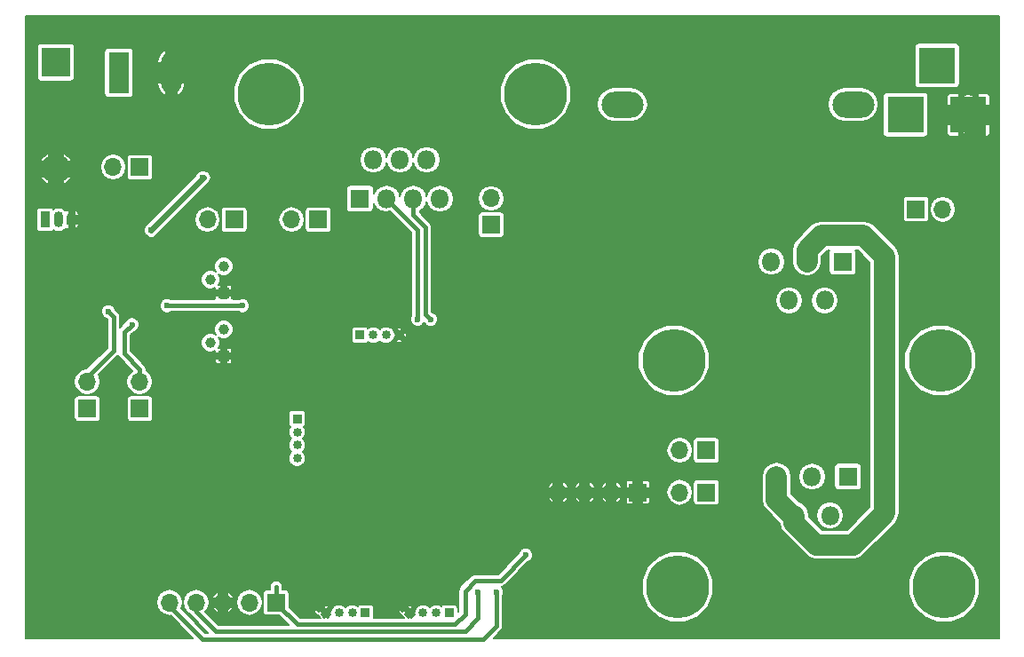
<source format=gbl>
G04 #@! TF.FileFunction,Copper,L2,Bot,Signal*
%FSLAX46Y46*%
G04 Gerber Fmt 4.6, Leading zero omitted, Abs format (unit mm)*
G04 Created by KiCad (PCBNEW 4.0.7-e2-6376~58~ubuntu16.04.1) date Thu Jan 18 23:56:28 2018*
%MOMM*%
%LPD*%
G01*
G04 APERTURE LIST*
%ADD10C,0.100000*%
%ADD11R,2.800000X2.800000*%
%ADD12O,2.800000X2.800000*%
%ADD13R,1.700000X1.700000*%
%ADD14O,1.700000X1.700000*%
%ADD15R,3.500000X3.500000*%
%ADD16O,4.000000X2.500000*%
%ADD17C,5.999480*%
%ADD18R,0.850000X0.850000*%
%ADD19C,0.850000*%
%ADD20R,1.980000X3.960000*%
%ADD21O,1.980000X3.960000*%
%ADD22C,1.000000*%
%ADD23R,1.000000X1.000000*%
%ADD24R,1.800000X1.800000*%
%ADD25O,1.800000X1.800000*%
%ADD26O,0.900000X1.500000*%
%ADD27R,0.900000X1.500000*%
%ADD28C,0.600000*%
%ADD29C,0.600000*%
%ADD30C,2.000000*%
%ADD31C,0.420000*%
%ADD32C,0.200000*%
G04 APERTURE END LIST*
D10*
D11*
X36000000Y-37000000D03*
D12*
X36000000Y-47160000D03*
D13*
X44000000Y-70000000D03*
D14*
X44000000Y-67460000D03*
D15*
X117000000Y-42000000D03*
X123000000Y-42000000D03*
X120000000Y-37300000D03*
D16*
X112000000Y-41000000D03*
X90000000Y-41000000D03*
D17*
X81700000Y-40000000D03*
X56300000Y-40000000D03*
X120700000Y-87000000D03*
X95300000Y-87000000D03*
X120300000Y-65400000D03*
X94900000Y-65400000D03*
D13*
X39000000Y-70000000D03*
D14*
X39000000Y-67460000D03*
D13*
X53000000Y-52000000D03*
D14*
X50460000Y-52000000D03*
D13*
X44000000Y-47000000D03*
D14*
X41460000Y-47000000D03*
D13*
X77500000Y-52500000D03*
D14*
X77500000Y-49960000D03*
D13*
X118000000Y-51000000D03*
D14*
X120540000Y-51000000D03*
D13*
X98000000Y-78000000D03*
D14*
X95460000Y-78000000D03*
D13*
X98000000Y-74000000D03*
D14*
X95460000Y-74000000D03*
D13*
X91500000Y-78000000D03*
D14*
X88960000Y-78000000D03*
X86420000Y-78000000D03*
X83880000Y-78000000D03*
D13*
X57000000Y-88500000D03*
D14*
X54460000Y-88500000D03*
X51920000Y-88500000D03*
X49380000Y-88500000D03*
X46840000Y-88500000D03*
D18*
X65500000Y-89500000D03*
D19*
X64250000Y-89500000D03*
X63000000Y-89500000D03*
X61750000Y-89500000D03*
D18*
X73500000Y-89500000D03*
D19*
X72250000Y-89500000D03*
X71000000Y-89500000D03*
X69750000Y-89500000D03*
D20*
X42000000Y-38000000D03*
D21*
X47000000Y-38000000D03*
D22*
X50730000Y-57730000D03*
X52000000Y-56460000D03*
D23*
X52000000Y-59000000D03*
D22*
X50730000Y-63730000D03*
X52000000Y-62460000D03*
D23*
X52000000Y-65000000D03*
D24*
X65000000Y-50000000D03*
D25*
X66270000Y-46300000D03*
X67540000Y-50000000D03*
X68810000Y-46300000D03*
X70080000Y-50000000D03*
X71350000Y-46300000D03*
X72620000Y-50000000D03*
D26*
X36270000Y-52000000D03*
X37540000Y-52000000D03*
D27*
X35000000Y-52000000D03*
D24*
X111000000Y-56000000D03*
D25*
X109300000Y-59700000D03*
X107600000Y-56000000D03*
X105900000Y-59700000D03*
X104200000Y-56000000D03*
D24*
X111500000Y-76500000D03*
D25*
X109800000Y-80200000D03*
X108100000Y-76500000D03*
X106400000Y-80200000D03*
X104700000Y-76500000D03*
D13*
X61000000Y-52000000D03*
D14*
X58460000Y-52000000D03*
D18*
X59000000Y-71000000D03*
D19*
X59000000Y-72250000D03*
X59000000Y-73500000D03*
X59000000Y-74750000D03*
D18*
X65000000Y-63000000D03*
D19*
X66250000Y-63000000D03*
X67500000Y-63000000D03*
X68750000Y-63000000D03*
D28*
X68325000Y-74275000D03*
X70865000Y-64265000D03*
X37695000Y-61905000D03*
X74900000Y-54500000D03*
X88600000Y-90000000D03*
X68600000Y-77400000D03*
X71200000Y-68200000D03*
X51800000Y-48000000D03*
X47800000Y-68000000D03*
X56000000Y-61400000D03*
X61400000Y-65200000D03*
X59600000Y-65200000D03*
X69600000Y-59800000D03*
X89000000Y-58600000D03*
X81800000Y-58400000D03*
X79600000Y-59400000D03*
X74000000Y-59600000D03*
X122400000Y-55000000D03*
X64500000Y-36000000D03*
X67000000Y-34500000D03*
X67000000Y-37500000D03*
X93000000Y-49000000D03*
X39000000Y-53000000D03*
X53800000Y-71600000D03*
X52600000Y-71600000D03*
X43800000Y-90200000D03*
X35800000Y-90200000D03*
X71600000Y-86200000D03*
X78800000Y-73800000D03*
X53200000Y-49000000D03*
X53200000Y-47000000D03*
X75000000Y-62000000D03*
X87400000Y-51000000D03*
X89000000Y-50000000D03*
X94400000Y-52000000D03*
X94400000Y-54200000D03*
X92800000Y-53000000D03*
X96800000Y-56000000D03*
X120600000Y-53800000D03*
X120600000Y-56200000D03*
X120200000Y-57400000D03*
X102600000Y-74800000D03*
X102600000Y-72200000D03*
X100800000Y-73400000D03*
X109800000Y-73400000D03*
X109800000Y-71000000D03*
X110600000Y-90600000D03*
X112800000Y-89600000D03*
X110600000Y-88200000D03*
X86000000Y-88600000D03*
X85200000Y-82600000D03*
X85200000Y-81200000D03*
X79000000Y-78400000D03*
X77000000Y-84600000D03*
X75000000Y-86200000D03*
X71600000Y-84600000D03*
X73000000Y-86200000D03*
X62600000Y-87200000D03*
X60600000Y-87200000D03*
X58600000Y-83800000D03*
X54000000Y-80000000D03*
X53000000Y-83000000D03*
X53000000Y-81000000D03*
X36400000Y-71800000D03*
X34000000Y-74000000D03*
X41600000Y-72000000D03*
X46800000Y-72000000D03*
X47800000Y-70400000D03*
X50000000Y-66800000D03*
X42200000Y-56000000D03*
X34000000Y-61000000D03*
X34000000Y-59000000D03*
X45100000Y-53000000D03*
X50000000Y-48000000D03*
X41000000Y-60750000D03*
X43250000Y-62000000D03*
X80800000Y-84000000D03*
X76250000Y-87500000D03*
X78000000Y-87500000D03*
X71750000Y-61500000D03*
X70500000Y-61500000D03*
X53800000Y-60200000D03*
X46600000Y-60200000D03*
D29*
X68325000Y-74275000D02*
X68400000Y-74200000D01*
X70865000Y-64265000D02*
X70800000Y-64200000D01*
X37695000Y-61905000D02*
X37600000Y-62000000D01*
X74900000Y-54500000D02*
X75000000Y-54400000D01*
D30*
X122400000Y-55000000D02*
X122600000Y-55000000D01*
X123600000Y-54000000D02*
X123600000Y-42600000D01*
X122600000Y-55000000D02*
X123600000Y-54000000D01*
X123600000Y-42600000D02*
X123000000Y-42000000D01*
X47000000Y-38000000D02*
X50400000Y-34600000D01*
X63100000Y-34600000D02*
X64500000Y-36000000D01*
X50400000Y-34600000D02*
X63100000Y-34600000D01*
D29*
X50100000Y-48000000D02*
X50000000Y-48000000D01*
X50100000Y-48000000D02*
X45100000Y-53000000D01*
D30*
X106400000Y-80200000D02*
X106200000Y-80200000D01*
X106200000Y-80200000D02*
X104700000Y-78700000D01*
X104700000Y-78700000D02*
X104700000Y-76500000D01*
X107600000Y-56000000D02*
X107600000Y-54900000D01*
X108500000Y-83000000D02*
X106400000Y-80900000D01*
X112000000Y-83000000D02*
X108500000Y-83000000D01*
X115000000Y-80000000D02*
X112000000Y-83000000D01*
X115000000Y-55500000D02*
X115000000Y-80000000D01*
X113000000Y-53500000D02*
X115000000Y-55500000D01*
X109000000Y-53500000D02*
X113000000Y-53500000D01*
X107600000Y-54900000D02*
X109000000Y-53500000D01*
X106400000Y-80900000D02*
X106400000Y-80200000D01*
D31*
X39000000Y-67460000D02*
X39000000Y-67000000D01*
X39000000Y-67000000D02*
X41500000Y-64500000D01*
X41500000Y-64500000D02*
X41500000Y-61250000D01*
X41500000Y-61250000D02*
X41000000Y-60750000D01*
X44000000Y-67460000D02*
X44000000Y-66250000D01*
X42500000Y-62750000D02*
X43250000Y-62000000D01*
X42500000Y-64750000D02*
X42500000Y-62750000D01*
X44000000Y-66250000D02*
X42500000Y-64750000D01*
X44000000Y-67460000D02*
X43960000Y-67460000D01*
X57000000Y-88600000D02*
X57000000Y-87000000D01*
X59000000Y-90600000D02*
X57000000Y-88600000D01*
X74000000Y-90600000D02*
X59000000Y-90600000D01*
X75000000Y-89600000D02*
X74000000Y-90600000D01*
X75000000Y-87400000D02*
X75000000Y-89600000D01*
X76000000Y-86400000D02*
X75000000Y-87400000D01*
X78400000Y-86400000D02*
X76000000Y-86400000D01*
X80800000Y-84000000D02*
X78400000Y-86400000D01*
X49380000Y-88500000D02*
X49380000Y-89380000D01*
X76250000Y-90000000D02*
X76250000Y-87500000D01*
X75000000Y-91250000D02*
X76250000Y-90000000D01*
X51250000Y-91250000D02*
X75000000Y-91250000D01*
X49380000Y-89380000D02*
X51250000Y-91250000D01*
X78000000Y-90750000D02*
X78000000Y-87500000D01*
X76750000Y-92000000D02*
X78000000Y-90750000D01*
X50000000Y-92000000D02*
X76750000Y-92000000D01*
X46840000Y-88840000D02*
X50000000Y-92000000D01*
X70080000Y-50000000D02*
X70080000Y-51580000D01*
X71250000Y-61000000D02*
X71750000Y-61500000D01*
X71250000Y-52750000D02*
X71250000Y-61000000D01*
X70080000Y-51580000D02*
X71250000Y-52750000D01*
X67540000Y-50000000D02*
X67540000Y-50040000D01*
X67540000Y-50040000D02*
X70500000Y-53000000D01*
X70500000Y-53000000D02*
X70500000Y-61500000D01*
X46600000Y-60200000D02*
X53800000Y-60200000D01*
D32*
G36*
X125900000Y-91900000D02*
X77712670Y-91900000D01*
X78431335Y-91181335D01*
X78563567Y-90983437D01*
X78610000Y-90750000D01*
X78610000Y-87856300D01*
X78685995Y-87673283D01*
X91899671Y-87673283D01*
X92416160Y-88923282D01*
X93371687Y-89880479D01*
X94620783Y-90399149D01*
X95973283Y-90400329D01*
X97223282Y-89883840D01*
X98180479Y-88928313D01*
X98699149Y-87679217D01*
X98699154Y-87673283D01*
X117299671Y-87673283D01*
X117816160Y-88923282D01*
X118771687Y-89880479D01*
X120020783Y-90399149D01*
X121373283Y-90400329D01*
X122623282Y-89883840D01*
X123580479Y-88928313D01*
X124099149Y-87679217D01*
X124100329Y-86326717D01*
X123583840Y-85076718D01*
X122628313Y-84119521D01*
X121379217Y-83600851D01*
X120026717Y-83599671D01*
X118776718Y-84116160D01*
X117819521Y-85071687D01*
X117300851Y-86320783D01*
X117299671Y-87673283D01*
X98699154Y-87673283D01*
X98700329Y-86326717D01*
X98183840Y-85076718D01*
X97228313Y-84119521D01*
X95979217Y-83600851D01*
X94626717Y-83599671D01*
X93376718Y-84116160D01*
X92419521Y-85071687D01*
X91900851Y-86320783D01*
X91899671Y-87673283D01*
X78685995Y-87673283D01*
X78699878Y-87639850D01*
X78700121Y-87361372D01*
X78593777Y-87104000D01*
X78483384Y-86993414D01*
X78633437Y-86963567D01*
X78831335Y-86831335D01*
X80979393Y-84683277D01*
X81196000Y-84593777D01*
X81393085Y-84397036D01*
X81499878Y-84139850D01*
X81500121Y-83861372D01*
X81393777Y-83604000D01*
X81197036Y-83406915D01*
X80939850Y-83300122D01*
X80661372Y-83299879D01*
X80404000Y-83406223D01*
X80206915Y-83602964D01*
X80116413Y-83820917D01*
X78147330Y-85790000D01*
X76000000Y-85790000D01*
X75766563Y-85836433D01*
X75568665Y-85968665D01*
X74568665Y-86968665D01*
X74436433Y-87166563D01*
X74390000Y-87400000D01*
X74390000Y-89347330D01*
X74332836Y-89404494D01*
X74332836Y-89075000D01*
X74304944Y-88926769D01*
X74217340Y-88790628D01*
X74083671Y-88699296D01*
X73925000Y-88667164D01*
X73075000Y-88667164D01*
X72926769Y-88695056D01*
X72790628Y-88782660D01*
X72753648Y-88836782D01*
X72717935Y-88801007D01*
X72414823Y-88675143D01*
X72086617Y-88674857D01*
X71783285Y-88800191D01*
X71624928Y-88958273D01*
X71467935Y-88801007D01*
X71164823Y-88675143D01*
X70836617Y-88674857D01*
X70533285Y-88800191D01*
X70301007Y-89032065D01*
X70175143Y-89335177D01*
X70175108Y-89375412D01*
X70050520Y-89500000D01*
X70174891Y-89624371D01*
X70174857Y-89663383D01*
X70178600Y-89672441D01*
X69900261Y-89950781D01*
X69750000Y-89800520D01*
X69599740Y-89950781D01*
X69299220Y-89650261D01*
X69449480Y-89500000D01*
X69154762Y-89205282D01*
X69052310Y-89255763D01*
X69034036Y-89385077D01*
X68813082Y-89164123D01*
X68592292Y-89384913D01*
X69197379Y-89990000D01*
X66319673Y-89990000D01*
X66332836Y-89925000D01*
X66332836Y-89075000D01*
X66304944Y-88926769D01*
X66290783Y-88904762D01*
X69455282Y-88904762D01*
X69750000Y-89199480D01*
X70044718Y-88904762D01*
X69994237Y-88802310D01*
X69708651Y-88761953D01*
X69505763Y-88802310D01*
X69455282Y-88904762D01*
X66290783Y-88904762D01*
X66217340Y-88790628D01*
X66083671Y-88699296D01*
X65925000Y-88667164D01*
X65075000Y-88667164D01*
X64926769Y-88695056D01*
X64790628Y-88782660D01*
X64753648Y-88836782D01*
X64717935Y-88801007D01*
X64414823Y-88675143D01*
X64086617Y-88674857D01*
X63783285Y-88800191D01*
X63624928Y-88958273D01*
X63467935Y-88801007D01*
X63164823Y-88675143D01*
X62836617Y-88674857D01*
X62533285Y-88800191D01*
X62301007Y-89032065D01*
X62175143Y-89335177D01*
X62175108Y-89375412D01*
X62050520Y-89500000D01*
X62174891Y-89624371D01*
X62174857Y-89663383D01*
X62178600Y-89672441D01*
X61900261Y-89950781D01*
X61750000Y-89800520D01*
X61599740Y-89950781D01*
X61299220Y-89650261D01*
X61449480Y-89500000D01*
X61154762Y-89205282D01*
X61052310Y-89255763D01*
X61034036Y-89385077D01*
X60813082Y-89164123D01*
X60592292Y-89384913D01*
X61197379Y-89990000D01*
X59252670Y-89990000D01*
X58257836Y-88995166D01*
X58257836Y-88904762D01*
X61455282Y-88904762D01*
X61750000Y-89199480D01*
X62044718Y-88904762D01*
X61994237Y-88802310D01*
X61708651Y-88761953D01*
X61505763Y-88802310D01*
X61455282Y-88904762D01*
X58257836Y-88904762D01*
X58257836Y-87650000D01*
X58229944Y-87501769D01*
X58142340Y-87365628D01*
X58008671Y-87274296D01*
X57850000Y-87242164D01*
X57610000Y-87242164D01*
X57610000Y-87000000D01*
X57563567Y-86766563D01*
X57431335Y-86568665D01*
X57233437Y-86436433D01*
X57000000Y-86390000D01*
X56766563Y-86436433D01*
X56568665Y-86568665D01*
X56436433Y-86766563D01*
X56390000Y-87000000D01*
X56390000Y-87242164D01*
X56150000Y-87242164D01*
X56001769Y-87270056D01*
X55865628Y-87357660D01*
X55774296Y-87491329D01*
X55742164Y-87650000D01*
X55742164Y-89350000D01*
X55770056Y-89498231D01*
X55857660Y-89634372D01*
X55991329Y-89725704D01*
X56150000Y-89757836D01*
X57295166Y-89757836D01*
X58177330Y-90640000D01*
X51502670Y-90640000D01*
X50266750Y-89404080D01*
X50534849Y-89002843D01*
X50550333Y-88925000D01*
X50926370Y-88925000D01*
X50931011Y-89086938D01*
X51230905Y-89420730D01*
X51333069Y-89488945D01*
X51495000Y-89487421D01*
X51495000Y-88925000D01*
X52345000Y-88925000D01*
X52345000Y-89487421D01*
X52506931Y-89488945D01*
X52609095Y-89420730D01*
X52908989Y-89086938D01*
X52913630Y-88925000D01*
X52345000Y-88925000D01*
X51495000Y-88925000D01*
X50926370Y-88925000D01*
X50550333Y-88925000D01*
X50630000Y-88524489D01*
X50630000Y-88475511D01*
X53210000Y-88475511D01*
X53210000Y-88524489D01*
X53305151Y-89002843D01*
X53576117Y-89408372D01*
X53981646Y-89679338D01*
X54460000Y-89774489D01*
X54938354Y-89679338D01*
X55343883Y-89408372D01*
X55614849Y-89002843D01*
X55710000Y-88524489D01*
X55710000Y-88475511D01*
X55614849Y-87997157D01*
X55343883Y-87591628D01*
X54938354Y-87320662D01*
X54460000Y-87225511D01*
X53981646Y-87320662D01*
X53576117Y-87591628D01*
X53305151Y-87997157D01*
X53210000Y-88475511D01*
X50630000Y-88475511D01*
X50550334Y-88075000D01*
X50926370Y-88075000D01*
X51495000Y-88075000D01*
X51495000Y-87512579D01*
X52345000Y-87512579D01*
X52345000Y-88075000D01*
X52913630Y-88075000D01*
X52908989Y-87913062D01*
X52609095Y-87579270D01*
X52506931Y-87511055D01*
X52345000Y-87512579D01*
X51495000Y-87512579D01*
X51333069Y-87511055D01*
X51230905Y-87579270D01*
X50931011Y-87913062D01*
X50926370Y-88075000D01*
X50550334Y-88075000D01*
X50534849Y-87997157D01*
X50263883Y-87591628D01*
X49858354Y-87320662D01*
X49380000Y-87225511D01*
X48901646Y-87320662D01*
X48496117Y-87591628D01*
X48225151Y-87997157D01*
X48130000Y-88475511D01*
X48130000Y-88524489D01*
X48225151Y-89002843D01*
X48496117Y-89408372D01*
X48827253Y-89629630D01*
X48948665Y-89811335D01*
X50527330Y-91390000D01*
X50252670Y-91390000D01*
X47943044Y-89080374D01*
X47994849Y-89002843D01*
X48090000Y-88524489D01*
X48090000Y-88475511D01*
X47994849Y-87997157D01*
X47723883Y-87591628D01*
X47318354Y-87320662D01*
X46840000Y-87225511D01*
X46361646Y-87320662D01*
X45956117Y-87591628D01*
X45685151Y-87997157D01*
X45590000Y-88475511D01*
X45590000Y-88524489D01*
X45685151Y-89002843D01*
X45956117Y-89408372D01*
X46361646Y-89679338D01*
X46840000Y-89774489D01*
X46899903Y-89762573D01*
X49037330Y-91900000D01*
X33100000Y-91900000D01*
X33100000Y-78425000D01*
X82886370Y-78425000D01*
X82891011Y-78586938D01*
X83190905Y-78920730D01*
X83293069Y-78988945D01*
X83455000Y-78987421D01*
X83455000Y-78425000D01*
X84305000Y-78425000D01*
X84305000Y-78987421D01*
X84466931Y-78988945D01*
X84569095Y-78920730D01*
X84868989Y-78586938D01*
X84873630Y-78425000D01*
X85426370Y-78425000D01*
X85431011Y-78586938D01*
X85730905Y-78920730D01*
X85833069Y-78988945D01*
X85995000Y-78987421D01*
X85995000Y-78425000D01*
X86845000Y-78425000D01*
X86845000Y-78987421D01*
X87006931Y-78988945D01*
X87109095Y-78920730D01*
X87408989Y-78586938D01*
X87413630Y-78425000D01*
X87966370Y-78425000D01*
X87971011Y-78586938D01*
X88270905Y-78920730D01*
X88373069Y-78988945D01*
X88535000Y-78987421D01*
X88535000Y-78425000D01*
X89385000Y-78425000D01*
X89385000Y-78987421D01*
X89546931Y-78988945D01*
X89649095Y-78920730D01*
X89948989Y-78586938D01*
X89951480Y-78500000D01*
X90350000Y-78500000D01*
X90350000Y-78909674D01*
X90395672Y-79019937D01*
X90480064Y-79104328D01*
X90590327Y-79150000D01*
X91000000Y-79150000D01*
X91075000Y-79075000D01*
X91075000Y-78425000D01*
X91925000Y-78425000D01*
X91925000Y-79075000D01*
X92000000Y-79150000D01*
X92409673Y-79150000D01*
X92519936Y-79104328D01*
X92604328Y-79019937D01*
X92650000Y-78909674D01*
X92650000Y-78500000D01*
X92575000Y-78425000D01*
X91925000Y-78425000D01*
X91075000Y-78425000D01*
X90425000Y-78425000D01*
X90350000Y-78500000D01*
X89951480Y-78500000D01*
X89953630Y-78425000D01*
X89385000Y-78425000D01*
X88535000Y-78425000D01*
X87966370Y-78425000D01*
X87413630Y-78425000D01*
X86845000Y-78425000D01*
X85995000Y-78425000D01*
X85426370Y-78425000D01*
X84873630Y-78425000D01*
X84305000Y-78425000D01*
X83455000Y-78425000D01*
X82886370Y-78425000D01*
X33100000Y-78425000D01*
X33100000Y-77975511D01*
X94210000Y-77975511D01*
X94210000Y-78024489D01*
X94305151Y-78502843D01*
X94576117Y-78908372D01*
X94981646Y-79179338D01*
X95460000Y-79274489D01*
X95938354Y-79179338D01*
X96343883Y-78908372D01*
X96614849Y-78502843D01*
X96710000Y-78024489D01*
X96710000Y-77975511D01*
X96614849Y-77497157D01*
X96382886Y-77150000D01*
X96742164Y-77150000D01*
X96742164Y-78850000D01*
X96770056Y-78998231D01*
X96857660Y-79134372D01*
X96991329Y-79225704D01*
X97150000Y-79257836D01*
X98850000Y-79257836D01*
X98998231Y-79229944D01*
X99134372Y-79142340D01*
X99225704Y-79008671D01*
X99257836Y-78850000D01*
X99257836Y-77150000D01*
X99229944Y-77001769D01*
X99142340Y-76865628D01*
X99008671Y-76774296D01*
X98850000Y-76742164D01*
X97150000Y-76742164D01*
X97001769Y-76770056D01*
X96865628Y-76857660D01*
X96774296Y-76991329D01*
X96742164Y-77150000D01*
X96382886Y-77150000D01*
X96343883Y-77091628D01*
X95938354Y-76820662D01*
X95460000Y-76725511D01*
X94981646Y-76820662D01*
X94576117Y-77091628D01*
X94305151Y-77497157D01*
X94210000Y-77975511D01*
X33100000Y-77975511D01*
X33100000Y-77575000D01*
X82886370Y-77575000D01*
X83455000Y-77575000D01*
X83455000Y-77012579D01*
X84305000Y-77012579D01*
X84305000Y-77575000D01*
X84873630Y-77575000D01*
X85426370Y-77575000D01*
X85995000Y-77575000D01*
X85995000Y-77012579D01*
X86845000Y-77012579D01*
X86845000Y-77575000D01*
X87413630Y-77575000D01*
X87966370Y-77575000D01*
X88535000Y-77575000D01*
X88535000Y-77012579D01*
X89385000Y-77012579D01*
X89385000Y-77575000D01*
X89953630Y-77575000D01*
X89948989Y-77413062D01*
X89659029Y-77090326D01*
X90350000Y-77090326D01*
X90350000Y-77500000D01*
X90425000Y-77575000D01*
X91075000Y-77575000D01*
X91075000Y-76925000D01*
X91925000Y-76925000D01*
X91925000Y-77575000D01*
X92575000Y-77575000D01*
X92650000Y-77500000D01*
X92650000Y-77090326D01*
X92604328Y-76980063D01*
X92519936Y-76895672D01*
X92409673Y-76850000D01*
X92000000Y-76850000D01*
X91925000Y-76925000D01*
X91075000Y-76925000D01*
X91000000Y-76850000D01*
X90590327Y-76850000D01*
X90480064Y-76895672D01*
X90395672Y-76980063D01*
X90350000Y-77090326D01*
X89659029Y-77090326D01*
X89649095Y-77079270D01*
X89546931Y-77011055D01*
X89385000Y-77012579D01*
X88535000Y-77012579D01*
X88373069Y-77011055D01*
X88270905Y-77079270D01*
X87971011Y-77413062D01*
X87966370Y-77575000D01*
X87413630Y-77575000D01*
X87408989Y-77413062D01*
X87109095Y-77079270D01*
X87006931Y-77011055D01*
X86845000Y-77012579D01*
X85995000Y-77012579D01*
X85833069Y-77011055D01*
X85730905Y-77079270D01*
X85431011Y-77413062D01*
X85426370Y-77575000D01*
X84873630Y-77575000D01*
X84868989Y-77413062D01*
X84569095Y-77079270D01*
X84466931Y-77011055D01*
X84305000Y-77012579D01*
X83455000Y-77012579D01*
X83293069Y-77011055D01*
X83190905Y-77079270D01*
X82891011Y-77413062D01*
X82886370Y-77575000D01*
X33100000Y-77575000D01*
X33100000Y-76500000D01*
X103300000Y-76500000D01*
X103300000Y-78700000D01*
X103406569Y-79235757D01*
X103436640Y-79280761D01*
X103710051Y-79689949D01*
X105019839Y-80999738D01*
X105106569Y-81435757D01*
X105216313Y-81600000D01*
X105410051Y-81889949D01*
X107510050Y-83989949D01*
X107732564Y-84138628D01*
X107964243Y-84293431D01*
X108500000Y-84400000D01*
X112000000Y-84400000D01*
X112535757Y-84293431D01*
X112989949Y-83989949D01*
X115989950Y-80989949D01*
X116185366Y-80697488D01*
X116293431Y-80535757D01*
X116400000Y-80000000D01*
X116400000Y-66073283D01*
X116899671Y-66073283D01*
X117416160Y-67323282D01*
X118371687Y-68280479D01*
X119620783Y-68799149D01*
X120973283Y-68800329D01*
X122223282Y-68283840D01*
X123180479Y-67328313D01*
X123699149Y-66079217D01*
X123700329Y-64726717D01*
X123183840Y-63476718D01*
X122228313Y-62519521D01*
X120979217Y-62000851D01*
X119626717Y-61999671D01*
X118376718Y-62516160D01*
X117419521Y-63471687D01*
X116900851Y-64720783D01*
X116899671Y-66073283D01*
X116400000Y-66073283D01*
X116400000Y-55500000D01*
X116293431Y-54964243D01*
X116250505Y-54900000D01*
X115989949Y-54510050D01*
X113989949Y-52510051D01*
X113835595Y-52406915D01*
X113535757Y-52206569D01*
X113000000Y-52100000D01*
X109000000Y-52100000D01*
X108464243Y-52206569D01*
X108296480Y-52318665D01*
X108010051Y-52510050D01*
X106610051Y-53910051D01*
X106306569Y-54364243D01*
X106200000Y-54900000D01*
X106200000Y-56000000D01*
X106306569Y-56535757D01*
X106610051Y-56989949D01*
X107064243Y-57293431D01*
X107600000Y-57400000D01*
X108135757Y-57293431D01*
X108589949Y-56989949D01*
X108893431Y-56535757D01*
X109000000Y-56000000D01*
X109000000Y-55479898D01*
X109579899Y-54900000D01*
X109752535Y-54900000D01*
X109724296Y-54941329D01*
X109692164Y-55100000D01*
X109692164Y-56900000D01*
X109720056Y-57048231D01*
X109807660Y-57184372D01*
X109941329Y-57275704D01*
X110100000Y-57307836D01*
X111900000Y-57307836D01*
X112048231Y-57279944D01*
X112184372Y-57192340D01*
X112275704Y-57058671D01*
X112307836Y-56900000D01*
X112307836Y-55100000D01*
X112279944Y-54951769D01*
X112246632Y-54900000D01*
X112420102Y-54900000D01*
X113600000Y-56079899D01*
X113600000Y-79420101D01*
X111420102Y-81600000D01*
X109079899Y-81600000D01*
X107800000Y-80320102D01*
X107800000Y-80200000D01*
X108474531Y-80200000D01*
X108573488Y-80697488D01*
X108855292Y-81119239D01*
X109277043Y-81401043D01*
X109774531Y-81500000D01*
X109825469Y-81500000D01*
X110322957Y-81401043D01*
X110744708Y-81119239D01*
X111026512Y-80697488D01*
X111125469Y-80200000D01*
X111026512Y-79702512D01*
X110744708Y-79280761D01*
X110322957Y-78998957D01*
X109825469Y-78900000D01*
X109774531Y-78900000D01*
X109277043Y-78998957D01*
X108855292Y-79280761D01*
X108573488Y-79702512D01*
X108474531Y-80200000D01*
X107800000Y-80200000D01*
X107693431Y-79664243D01*
X107389949Y-79210051D01*
X106935757Y-78906569D01*
X106874229Y-78894330D01*
X106100000Y-78120102D01*
X106100000Y-76500000D01*
X106774531Y-76500000D01*
X106873488Y-76997488D01*
X107155292Y-77419239D01*
X107577043Y-77701043D01*
X108074531Y-77800000D01*
X108125469Y-77800000D01*
X108622957Y-77701043D01*
X109044708Y-77419239D01*
X109326512Y-76997488D01*
X109425469Y-76500000D01*
X109326512Y-76002512D01*
X109057564Y-75600000D01*
X110192164Y-75600000D01*
X110192164Y-77400000D01*
X110220056Y-77548231D01*
X110307660Y-77684372D01*
X110441329Y-77775704D01*
X110600000Y-77807836D01*
X112400000Y-77807836D01*
X112548231Y-77779944D01*
X112684372Y-77692340D01*
X112775704Y-77558671D01*
X112807836Y-77400000D01*
X112807836Y-75600000D01*
X112779944Y-75451769D01*
X112692340Y-75315628D01*
X112558671Y-75224296D01*
X112400000Y-75192164D01*
X110600000Y-75192164D01*
X110451769Y-75220056D01*
X110315628Y-75307660D01*
X110224296Y-75441329D01*
X110192164Y-75600000D01*
X109057564Y-75600000D01*
X109044708Y-75580761D01*
X108622957Y-75298957D01*
X108125469Y-75200000D01*
X108074531Y-75200000D01*
X107577043Y-75298957D01*
X107155292Y-75580761D01*
X106873488Y-76002512D01*
X106774531Y-76500000D01*
X106100000Y-76500000D01*
X105993431Y-75964243D01*
X105689949Y-75510051D01*
X105235757Y-75206569D01*
X104700000Y-75100000D01*
X104164243Y-75206569D01*
X103710051Y-75510051D01*
X103406569Y-75964243D01*
X103300000Y-76500000D01*
X33100000Y-76500000D01*
X33100000Y-69150000D01*
X37742164Y-69150000D01*
X37742164Y-70850000D01*
X37770056Y-70998231D01*
X37857660Y-71134372D01*
X37991329Y-71225704D01*
X38150000Y-71257836D01*
X39850000Y-71257836D01*
X39998231Y-71229944D01*
X40134372Y-71142340D01*
X40225704Y-71008671D01*
X40257836Y-70850000D01*
X40257836Y-69150000D01*
X42742164Y-69150000D01*
X42742164Y-70850000D01*
X42770056Y-70998231D01*
X42857660Y-71134372D01*
X42991329Y-71225704D01*
X43150000Y-71257836D01*
X44850000Y-71257836D01*
X44998231Y-71229944D01*
X45134372Y-71142340D01*
X45225704Y-71008671D01*
X45257836Y-70850000D01*
X45257836Y-70575000D01*
X58167164Y-70575000D01*
X58167164Y-71425000D01*
X58195056Y-71573231D01*
X58282660Y-71709372D01*
X58336782Y-71746352D01*
X58301007Y-71782065D01*
X58175143Y-72085177D01*
X58174857Y-72413383D01*
X58300191Y-72716715D01*
X58458273Y-72875072D01*
X58301007Y-73032065D01*
X58175143Y-73335177D01*
X58174857Y-73663383D01*
X58300191Y-73966715D01*
X58458273Y-74125072D01*
X58301007Y-74282065D01*
X58175143Y-74585177D01*
X58174857Y-74913383D01*
X58300191Y-75216715D01*
X58532065Y-75448993D01*
X58835177Y-75574857D01*
X59163383Y-75575143D01*
X59466715Y-75449809D01*
X59698993Y-75217935D01*
X59824857Y-74914823D01*
X59825143Y-74586617D01*
X59699809Y-74283285D01*
X59541727Y-74124928D01*
X59691403Y-73975511D01*
X94210000Y-73975511D01*
X94210000Y-74024489D01*
X94305151Y-74502843D01*
X94576117Y-74908372D01*
X94981646Y-75179338D01*
X95460000Y-75274489D01*
X95938354Y-75179338D01*
X96343883Y-74908372D01*
X96614849Y-74502843D01*
X96710000Y-74024489D01*
X96710000Y-73975511D01*
X96614849Y-73497157D01*
X96382886Y-73150000D01*
X96742164Y-73150000D01*
X96742164Y-74850000D01*
X96770056Y-74998231D01*
X96857660Y-75134372D01*
X96991329Y-75225704D01*
X97150000Y-75257836D01*
X98850000Y-75257836D01*
X98998231Y-75229944D01*
X99134372Y-75142340D01*
X99225704Y-75008671D01*
X99257836Y-74850000D01*
X99257836Y-73150000D01*
X99229944Y-73001769D01*
X99142340Y-72865628D01*
X99008671Y-72774296D01*
X98850000Y-72742164D01*
X97150000Y-72742164D01*
X97001769Y-72770056D01*
X96865628Y-72857660D01*
X96774296Y-72991329D01*
X96742164Y-73150000D01*
X96382886Y-73150000D01*
X96343883Y-73091628D01*
X95938354Y-72820662D01*
X95460000Y-72725511D01*
X94981646Y-72820662D01*
X94576117Y-73091628D01*
X94305151Y-73497157D01*
X94210000Y-73975511D01*
X59691403Y-73975511D01*
X59698993Y-73967935D01*
X59824857Y-73664823D01*
X59825143Y-73336617D01*
X59699809Y-73033285D01*
X59541727Y-72874928D01*
X59698993Y-72717935D01*
X59824857Y-72414823D01*
X59825143Y-72086617D01*
X59699809Y-71783285D01*
X59663467Y-71746879D01*
X59709372Y-71717340D01*
X59800704Y-71583671D01*
X59832836Y-71425000D01*
X59832836Y-70575000D01*
X59804944Y-70426769D01*
X59717340Y-70290628D01*
X59583671Y-70199296D01*
X59425000Y-70167164D01*
X58575000Y-70167164D01*
X58426769Y-70195056D01*
X58290628Y-70282660D01*
X58199296Y-70416329D01*
X58167164Y-70575000D01*
X45257836Y-70575000D01*
X45257836Y-69150000D01*
X45229944Y-69001769D01*
X45142340Y-68865628D01*
X45008671Y-68774296D01*
X44850000Y-68742164D01*
X43150000Y-68742164D01*
X43001769Y-68770056D01*
X42865628Y-68857660D01*
X42774296Y-68991329D01*
X42742164Y-69150000D01*
X40257836Y-69150000D01*
X40229944Y-69001769D01*
X40142340Y-68865628D01*
X40008671Y-68774296D01*
X39850000Y-68742164D01*
X38150000Y-68742164D01*
X38001769Y-68770056D01*
X37865628Y-68857660D01*
X37774296Y-68991329D01*
X37742164Y-69150000D01*
X33100000Y-69150000D01*
X33100000Y-67460000D01*
X37725511Y-67460000D01*
X37820662Y-67938354D01*
X38091628Y-68343883D01*
X38497157Y-68614849D01*
X38975511Y-68710000D01*
X39024489Y-68710000D01*
X39502843Y-68614849D01*
X39908372Y-68343883D01*
X40179338Y-67938354D01*
X40274489Y-67460000D01*
X40179338Y-66981646D01*
X40059850Y-66802820D01*
X41926943Y-64935727D01*
X41936433Y-64983437D01*
X42068665Y-65181335D01*
X43314517Y-66427187D01*
X43091628Y-66576117D01*
X42820662Y-66981646D01*
X42725511Y-67460000D01*
X42820662Y-67938354D01*
X43091628Y-68343883D01*
X43497157Y-68614849D01*
X43975511Y-68710000D01*
X44024489Y-68710000D01*
X44502843Y-68614849D01*
X44908372Y-68343883D01*
X45179338Y-67938354D01*
X45274489Y-67460000D01*
X45179338Y-66981646D01*
X44908372Y-66576117D01*
X44610000Y-66376751D01*
X44610000Y-66250000D01*
X44574850Y-66073283D01*
X91499671Y-66073283D01*
X92016160Y-67323282D01*
X92971687Y-68280479D01*
X94220783Y-68799149D01*
X95573283Y-68800329D01*
X96823282Y-68283840D01*
X97780479Y-67328313D01*
X98299149Y-66079217D01*
X98300329Y-64726717D01*
X97783840Y-63476718D01*
X96828313Y-62519521D01*
X95579217Y-62000851D01*
X94226717Y-61999671D01*
X92976718Y-62516160D01*
X92019521Y-63471687D01*
X91500851Y-64720783D01*
X91499671Y-66073283D01*
X44574850Y-66073283D01*
X44563567Y-66016563D01*
X44431335Y-65818665D01*
X43937670Y-65325000D01*
X51200000Y-65325000D01*
X51200000Y-65559673D01*
X51245672Y-65669936D01*
X51330063Y-65754328D01*
X51440326Y-65800000D01*
X51675000Y-65800000D01*
X51750000Y-65725000D01*
X51750000Y-65250000D01*
X52250000Y-65250000D01*
X52250000Y-65725000D01*
X52325000Y-65800000D01*
X52559674Y-65800000D01*
X52669937Y-65754328D01*
X52754328Y-65669936D01*
X52800000Y-65559673D01*
X52800000Y-65325000D01*
X52725000Y-65250000D01*
X52250000Y-65250000D01*
X51750000Y-65250000D01*
X51275000Y-65250000D01*
X51200000Y-65325000D01*
X43937670Y-65325000D01*
X43110000Y-64497330D01*
X43110000Y-63908236D01*
X49829844Y-63908236D01*
X49966572Y-64239143D01*
X50219525Y-64492538D01*
X50550194Y-64629843D01*
X50908236Y-64630156D01*
X51200000Y-64509602D01*
X51200000Y-64675000D01*
X51275000Y-64750000D01*
X51750000Y-64750000D01*
X51750000Y-64275000D01*
X52250000Y-64275000D01*
X52250000Y-64750000D01*
X52725000Y-64750000D01*
X52800000Y-64675000D01*
X52800000Y-64440327D01*
X52754328Y-64330064D01*
X52669937Y-64245672D01*
X52559674Y-64200000D01*
X52325000Y-64200000D01*
X52250000Y-64275000D01*
X51750000Y-64275000D01*
X51675000Y-64200000D01*
X51509345Y-64200000D01*
X51629843Y-63909806D01*
X51630156Y-63551764D01*
X51495075Y-63224842D01*
X51820194Y-63359843D01*
X52178236Y-63360156D01*
X52509143Y-63223428D01*
X52762538Y-62970475D01*
X52899843Y-62639806D01*
X52899899Y-62575000D01*
X64167164Y-62575000D01*
X64167164Y-63425000D01*
X64195056Y-63573231D01*
X64282660Y-63709372D01*
X64416329Y-63800704D01*
X64575000Y-63832836D01*
X65425000Y-63832836D01*
X65573231Y-63804944D01*
X65709372Y-63717340D01*
X65746352Y-63663218D01*
X65782065Y-63698993D01*
X66085177Y-63824857D01*
X66413383Y-63825143D01*
X66716715Y-63699809D01*
X66875072Y-63541727D01*
X67032065Y-63698993D01*
X67335177Y-63824857D01*
X67663383Y-63825143D01*
X67966715Y-63699809D01*
X68071468Y-63595238D01*
X68455282Y-63595238D01*
X68505763Y-63697690D01*
X68791349Y-63738047D01*
X68994237Y-63697690D01*
X69044718Y-63595238D01*
X68750000Y-63300520D01*
X68455282Y-63595238D01*
X68071468Y-63595238D01*
X68198993Y-63467935D01*
X68324857Y-63164823D01*
X68324892Y-63124588D01*
X68449480Y-63000000D01*
X69050520Y-63000000D01*
X69345238Y-63294718D01*
X69447690Y-63244237D01*
X69488047Y-62958651D01*
X69447690Y-62755763D01*
X69345238Y-62705282D01*
X69050520Y-63000000D01*
X68449480Y-63000000D01*
X68325109Y-62875629D01*
X68325143Y-62836617D01*
X68199809Y-62533285D01*
X68071510Y-62404762D01*
X68455282Y-62404762D01*
X68750000Y-62699480D01*
X69044718Y-62404762D01*
X68994237Y-62302310D01*
X68708651Y-62261953D01*
X68505763Y-62302310D01*
X68455282Y-62404762D01*
X68071510Y-62404762D01*
X67967935Y-62301007D01*
X67664823Y-62175143D01*
X67336617Y-62174857D01*
X67033285Y-62300191D01*
X66874928Y-62458273D01*
X66717935Y-62301007D01*
X66414823Y-62175143D01*
X66086617Y-62174857D01*
X65783285Y-62300191D01*
X65746879Y-62336533D01*
X65717340Y-62290628D01*
X65583671Y-62199296D01*
X65425000Y-62167164D01*
X64575000Y-62167164D01*
X64426769Y-62195056D01*
X64290628Y-62282660D01*
X64199296Y-62416329D01*
X64167164Y-62575000D01*
X52899899Y-62575000D01*
X52900156Y-62281764D01*
X52763428Y-61950857D01*
X52510475Y-61697462D01*
X52179806Y-61560157D01*
X51821764Y-61559844D01*
X51490857Y-61696572D01*
X51237462Y-61949525D01*
X51100157Y-62280194D01*
X51099844Y-62638236D01*
X51234925Y-62965158D01*
X50909806Y-62830157D01*
X50551764Y-62829844D01*
X50220857Y-62966572D01*
X49967462Y-63219525D01*
X49830157Y-63550194D01*
X49829844Y-63908236D01*
X43110000Y-63908236D01*
X43110000Y-63002670D01*
X43429393Y-62683277D01*
X43646000Y-62593777D01*
X43843085Y-62397036D01*
X43949878Y-62139850D01*
X43950121Y-61861372D01*
X43843777Y-61604000D01*
X43647036Y-61406915D01*
X43389850Y-61300122D01*
X43111372Y-61299879D01*
X42854000Y-61406223D01*
X42656915Y-61602964D01*
X42566413Y-61820917D01*
X42110000Y-62277330D01*
X42110000Y-61250000D01*
X42063567Y-61016563D01*
X41931335Y-60818665D01*
X41683277Y-60570607D01*
X41593777Y-60354000D01*
X41578432Y-60338628D01*
X45899879Y-60338628D01*
X46006223Y-60596000D01*
X46202964Y-60793085D01*
X46460150Y-60899878D01*
X46738628Y-60900121D01*
X46956737Y-60810000D01*
X53443700Y-60810000D01*
X53660150Y-60899878D01*
X53938628Y-60900121D01*
X54196000Y-60793777D01*
X54393085Y-60597036D01*
X54499878Y-60339850D01*
X54500121Y-60061372D01*
X54393777Y-59804000D01*
X54197036Y-59606915D01*
X53939850Y-59500122D01*
X53661372Y-59499879D01*
X53443263Y-59590000D01*
X52900002Y-59590000D01*
X52900002Y-59500000D01*
X52800000Y-59500000D01*
X52800000Y-59325000D01*
X52725000Y-59250000D01*
X52250000Y-59250000D01*
X52250000Y-59500000D01*
X51750000Y-59500000D01*
X51750000Y-59250000D01*
X51275000Y-59250000D01*
X51200000Y-59325000D01*
X51200000Y-59500000D01*
X51099998Y-59500000D01*
X51099998Y-59590000D01*
X46956300Y-59590000D01*
X46739850Y-59500122D01*
X46461372Y-59499879D01*
X46204000Y-59606223D01*
X46006915Y-59802964D01*
X45900122Y-60060150D01*
X45899879Y-60338628D01*
X41578432Y-60338628D01*
X41397036Y-60156915D01*
X41139850Y-60050122D01*
X40861372Y-60049879D01*
X40604000Y-60156223D01*
X40406915Y-60352964D01*
X40300122Y-60610150D01*
X40299879Y-60888628D01*
X40406223Y-61146000D01*
X40602964Y-61343085D01*
X40820917Y-61433587D01*
X40890000Y-61502670D01*
X40890000Y-64247330D01*
X38915366Y-66221964D01*
X38497157Y-66305151D01*
X38091628Y-66576117D01*
X37820662Y-66981646D01*
X37725511Y-67460000D01*
X33100000Y-67460000D01*
X33100000Y-57908236D01*
X49829844Y-57908236D01*
X49966572Y-58239143D01*
X50219525Y-58492538D01*
X50550194Y-58629843D01*
X50908236Y-58630156D01*
X51200000Y-58509602D01*
X51200000Y-58675000D01*
X51275000Y-58750000D01*
X51750000Y-58750000D01*
X51750000Y-58275000D01*
X52250000Y-58275000D01*
X52250000Y-58750000D01*
X52725000Y-58750000D01*
X52800000Y-58675000D01*
X52800000Y-58440327D01*
X52754328Y-58330064D01*
X52669937Y-58245672D01*
X52559674Y-58200000D01*
X52325000Y-58200000D01*
X52250000Y-58275000D01*
X51750000Y-58275000D01*
X51675000Y-58200000D01*
X51509345Y-58200000D01*
X51629843Y-57909806D01*
X51630156Y-57551764D01*
X51495075Y-57224842D01*
X51820194Y-57359843D01*
X52178236Y-57360156D01*
X52509143Y-57223428D01*
X52762538Y-56970475D01*
X52899843Y-56639806D01*
X52900156Y-56281764D01*
X52763428Y-55950857D01*
X52510475Y-55697462D01*
X52179806Y-55560157D01*
X51821764Y-55559844D01*
X51490857Y-55696572D01*
X51237462Y-55949525D01*
X51100157Y-56280194D01*
X51099844Y-56638236D01*
X51234925Y-56965158D01*
X50909806Y-56830157D01*
X50551764Y-56829844D01*
X50220857Y-56966572D01*
X49967462Y-57219525D01*
X49830157Y-57550194D01*
X49829844Y-57908236D01*
X33100000Y-57908236D01*
X33100000Y-51250000D01*
X34142164Y-51250000D01*
X34142164Y-52750000D01*
X34170056Y-52898231D01*
X34257660Y-53034372D01*
X34391329Y-53125704D01*
X34550000Y-53157836D01*
X35450000Y-53157836D01*
X35598231Y-53129944D01*
X35734372Y-53042340D01*
X35769584Y-52990806D01*
X35944719Y-53107828D01*
X36270000Y-53172530D01*
X36440437Y-53138628D01*
X44399879Y-53138628D01*
X44506223Y-53396000D01*
X44702964Y-53593085D01*
X44832120Y-53646715D01*
X44832121Y-53646716D01*
X44832122Y-53646716D01*
X44960150Y-53699878D01*
X45238628Y-53700121D01*
X45367877Y-53646716D01*
X45367879Y-53646716D01*
X45367881Y-53646715D01*
X45496000Y-53593777D01*
X45693085Y-53397036D01*
X45693206Y-53396744D01*
X47114439Y-51975511D01*
X49210000Y-51975511D01*
X49210000Y-52024489D01*
X49305151Y-52502843D01*
X49576117Y-52908372D01*
X49981646Y-53179338D01*
X50460000Y-53274489D01*
X50938354Y-53179338D01*
X51343883Y-52908372D01*
X51614849Y-52502843D01*
X51710000Y-52024489D01*
X51710000Y-51975511D01*
X51614849Y-51497157D01*
X51382886Y-51150000D01*
X51742164Y-51150000D01*
X51742164Y-52850000D01*
X51770056Y-52998231D01*
X51857660Y-53134372D01*
X51991329Y-53225704D01*
X52150000Y-53257836D01*
X53850000Y-53257836D01*
X53998231Y-53229944D01*
X54134372Y-53142340D01*
X54225704Y-53008671D01*
X54257836Y-52850000D01*
X54257836Y-51975511D01*
X57210000Y-51975511D01*
X57210000Y-52024489D01*
X57305151Y-52502843D01*
X57576117Y-52908372D01*
X57981646Y-53179338D01*
X58460000Y-53274489D01*
X58938354Y-53179338D01*
X59343883Y-52908372D01*
X59614849Y-52502843D01*
X59710000Y-52024489D01*
X59710000Y-51975511D01*
X59614849Y-51497157D01*
X59382886Y-51150000D01*
X59742164Y-51150000D01*
X59742164Y-52850000D01*
X59770056Y-52998231D01*
X59857660Y-53134372D01*
X59991329Y-53225704D01*
X60150000Y-53257836D01*
X61850000Y-53257836D01*
X61998231Y-53229944D01*
X62134372Y-53142340D01*
X62225704Y-53008671D01*
X62257836Y-52850000D01*
X62257836Y-51150000D01*
X62229944Y-51001769D01*
X62142340Y-50865628D01*
X62008671Y-50774296D01*
X61850000Y-50742164D01*
X60150000Y-50742164D01*
X60001769Y-50770056D01*
X59865628Y-50857660D01*
X59774296Y-50991329D01*
X59742164Y-51150000D01*
X59382886Y-51150000D01*
X59343883Y-51091628D01*
X58938354Y-50820662D01*
X58460000Y-50725511D01*
X57981646Y-50820662D01*
X57576117Y-51091628D01*
X57305151Y-51497157D01*
X57210000Y-51975511D01*
X54257836Y-51975511D01*
X54257836Y-51150000D01*
X54229944Y-51001769D01*
X54142340Y-50865628D01*
X54008671Y-50774296D01*
X53850000Y-50742164D01*
X52150000Y-50742164D01*
X52001769Y-50770056D01*
X51865628Y-50857660D01*
X51774296Y-50991329D01*
X51742164Y-51150000D01*
X51382886Y-51150000D01*
X51343883Y-51091628D01*
X50938354Y-50820662D01*
X50460000Y-50725511D01*
X49981646Y-50820662D01*
X49576117Y-51091628D01*
X49305151Y-51497157D01*
X49210000Y-51975511D01*
X47114439Y-51975511D01*
X49989950Y-49100000D01*
X63692164Y-49100000D01*
X63692164Y-50900000D01*
X63720056Y-51048231D01*
X63807660Y-51184372D01*
X63941329Y-51275704D01*
X64100000Y-51307836D01*
X65900000Y-51307836D01*
X66048231Y-51279944D01*
X66184372Y-51192340D01*
X66275704Y-51058671D01*
X66307836Y-50900000D01*
X66307836Y-50469074D01*
X66313488Y-50497488D01*
X66595292Y-50919239D01*
X67017043Y-51201043D01*
X67514531Y-51300000D01*
X67565469Y-51300000D01*
X67875634Y-51238304D01*
X69890000Y-53252670D01*
X69890000Y-61143700D01*
X69800122Y-61360150D01*
X69799879Y-61638628D01*
X69906223Y-61896000D01*
X70102964Y-62093085D01*
X70360150Y-62199878D01*
X70638628Y-62200121D01*
X70896000Y-62093777D01*
X71093085Y-61897036D01*
X71124946Y-61820305D01*
X71156223Y-61896000D01*
X71352964Y-62093085D01*
X71610150Y-62199878D01*
X71888628Y-62200121D01*
X72146000Y-62093777D01*
X72343085Y-61897036D01*
X72449878Y-61639850D01*
X72450121Y-61361372D01*
X72343777Y-61104000D01*
X72147036Y-60906915D01*
X71929083Y-60816413D01*
X71860000Y-60747330D01*
X71860000Y-59700000D01*
X104574531Y-59700000D01*
X104673488Y-60197488D01*
X104955292Y-60619239D01*
X105377043Y-60901043D01*
X105874531Y-61000000D01*
X105925469Y-61000000D01*
X106422957Y-60901043D01*
X106844708Y-60619239D01*
X107126512Y-60197488D01*
X107225469Y-59700000D01*
X107974531Y-59700000D01*
X108073488Y-60197488D01*
X108355292Y-60619239D01*
X108777043Y-60901043D01*
X109274531Y-61000000D01*
X109325469Y-61000000D01*
X109822957Y-60901043D01*
X110244708Y-60619239D01*
X110526512Y-60197488D01*
X110625469Y-59700000D01*
X110526512Y-59202512D01*
X110244708Y-58780761D01*
X109822957Y-58498957D01*
X109325469Y-58400000D01*
X109274531Y-58400000D01*
X108777043Y-58498957D01*
X108355292Y-58780761D01*
X108073488Y-59202512D01*
X107974531Y-59700000D01*
X107225469Y-59700000D01*
X107126512Y-59202512D01*
X106844708Y-58780761D01*
X106422957Y-58498957D01*
X105925469Y-58400000D01*
X105874531Y-58400000D01*
X105377043Y-58498957D01*
X104955292Y-58780761D01*
X104673488Y-59202512D01*
X104574531Y-59700000D01*
X71860000Y-59700000D01*
X71860000Y-56000000D01*
X102874531Y-56000000D01*
X102973488Y-56497488D01*
X103255292Y-56919239D01*
X103677043Y-57201043D01*
X104174531Y-57300000D01*
X104225469Y-57300000D01*
X104722957Y-57201043D01*
X105144708Y-56919239D01*
X105426512Y-56497488D01*
X105525469Y-56000000D01*
X105426512Y-55502512D01*
X105144708Y-55080761D01*
X104722957Y-54798957D01*
X104225469Y-54700000D01*
X104174531Y-54700000D01*
X103677043Y-54798957D01*
X103255292Y-55080761D01*
X102973488Y-55502512D01*
X102874531Y-56000000D01*
X71860000Y-56000000D01*
X71860000Y-52750000D01*
X71813567Y-52516563D01*
X71681335Y-52318665D01*
X71012670Y-51650000D01*
X76242164Y-51650000D01*
X76242164Y-53350000D01*
X76270056Y-53498231D01*
X76357660Y-53634372D01*
X76491329Y-53725704D01*
X76650000Y-53757836D01*
X78350000Y-53757836D01*
X78498231Y-53729944D01*
X78634372Y-53642340D01*
X78725704Y-53508671D01*
X78757836Y-53350000D01*
X78757836Y-51650000D01*
X78729944Y-51501769D01*
X78642340Y-51365628D01*
X78508671Y-51274296D01*
X78350000Y-51242164D01*
X76650000Y-51242164D01*
X76501769Y-51270056D01*
X76365628Y-51357660D01*
X76274296Y-51491329D01*
X76242164Y-51650000D01*
X71012670Y-51650000D01*
X70690000Y-51327330D01*
X70690000Y-51142883D01*
X71024708Y-50919239D01*
X71306512Y-50497488D01*
X71350000Y-50278860D01*
X71393488Y-50497488D01*
X71675292Y-50919239D01*
X72097043Y-51201043D01*
X72594531Y-51300000D01*
X72645469Y-51300000D01*
X73142957Y-51201043D01*
X73564708Y-50919239D01*
X73846512Y-50497488D01*
X73945469Y-50000000D01*
X73937513Y-49960000D01*
X76225511Y-49960000D01*
X76320662Y-50438354D01*
X76591628Y-50843883D01*
X76997157Y-51114849D01*
X77475511Y-51210000D01*
X77524489Y-51210000D01*
X78002843Y-51114849D01*
X78408372Y-50843883D01*
X78679338Y-50438354D01*
X78736695Y-50150000D01*
X116742164Y-50150000D01*
X116742164Y-51850000D01*
X116770056Y-51998231D01*
X116857660Y-52134372D01*
X116991329Y-52225704D01*
X117150000Y-52257836D01*
X118850000Y-52257836D01*
X118998231Y-52229944D01*
X119134372Y-52142340D01*
X119225704Y-52008671D01*
X119257836Y-51850000D01*
X119257836Y-50975511D01*
X119290000Y-50975511D01*
X119290000Y-51024489D01*
X119385151Y-51502843D01*
X119656117Y-51908372D01*
X120061646Y-52179338D01*
X120540000Y-52274489D01*
X121018354Y-52179338D01*
X121423883Y-51908372D01*
X121694849Y-51502843D01*
X121790000Y-51024489D01*
X121790000Y-50975511D01*
X121694849Y-50497157D01*
X121423883Y-50091628D01*
X121018354Y-49820662D01*
X120540000Y-49725511D01*
X120061646Y-49820662D01*
X119656117Y-50091628D01*
X119385151Y-50497157D01*
X119290000Y-50975511D01*
X119257836Y-50975511D01*
X119257836Y-50150000D01*
X119229944Y-50001769D01*
X119142340Y-49865628D01*
X119008671Y-49774296D01*
X118850000Y-49742164D01*
X117150000Y-49742164D01*
X117001769Y-49770056D01*
X116865628Y-49857660D01*
X116774296Y-49991329D01*
X116742164Y-50150000D01*
X78736695Y-50150000D01*
X78774489Y-49960000D01*
X78679338Y-49481646D01*
X78408372Y-49076117D01*
X78002843Y-48805151D01*
X77524489Y-48710000D01*
X77475511Y-48710000D01*
X76997157Y-48805151D01*
X76591628Y-49076117D01*
X76320662Y-49481646D01*
X76225511Y-49960000D01*
X73937513Y-49960000D01*
X73846512Y-49502512D01*
X73564708Y-49080761D01*
X73142957Y-48798957D01*
X72645469Y-48700000D01*
X72594531Y-48700000D01*
X72097043Y-48798957D01*
X71675292Y-49080761D01*
X71393488Y-49502512D01*
X71350000Y-49721140D01*
X71306512Y-49502512D01*
X71024708Y-49080761D01*
X70602957Y-48798957D01*
X70105469Y-48700000D01*
X70054531Y-48700000D01*
X69557043Y-48798957D01*
X69135292Y-49080761D01*
X68853488Y-49502512D01*
X68810000Y-49721140D01*
X68766512Y-49502512D01*
X68484708Y-49080761D01*
X68062957Y-48798957D01*
X67565469Y-48700000D01*
X67514531Y-48700000D01*
X67017043Y-48798957D01*
X66595292Y-49080761D01*
X66313488Y-49502512D01*
X66307836Y-49530926D01*
X66307836Y-49100000D01*
X66279944Y-48951769D01*
X66192340Y-48815628D01*
X66058671Y-48724296D01*
X65900000Y-48692164D01*
X64100000Y-48692164D01*
X63951769Y-48720056D01*
X63815628Y-48807660D01*
X63724296Y-48941329D01*
X63692164Y-49100000D01*
X49989950Y-49100000D01*
X50594975Y-48494975D01*
X50746716Y-48267879D01*
X50800000Y-48000000D01*
X50746716Y-47732121D01*
X50594975Y-47505025D01*
X50367879Y-47353284D01*
X50175928Y-47315103D01*
X50139850Y-47300122D01*
X50100440Y-47300088D01*
X50100000Y-47300000D01*
X50000038Y-47300000D01*
X49861372Y-47299879D01*
X49604000Y-47406223D01*
X49406915Y-47602964D01*
X49335784Y-47774266D01*
X44605025Y-52505025D01*
X44506915Y-52602964D01*
X44400122Y-52860150D01*
X44399879Y-53138628D01*
X36440437Y-53138628D01*
X36595281Y-53107828D01*
X36871041Y-52923571D01*
X36886789Y-52900002D01*
X37090000Y-52900002D01*
X37090000Y-52864107D01*
X37170994Y-52935493D01*
X37205848Y-52971448D01*
X37315000Y-52936396D01*
X37315000Y-52375000D01*
X37765000Y-52375000D01*
X37765000Y-52936396D01*
X37874152Y-52971448D01*
X37909006Y-52935493D01*
X38124110Y-52745906D01*
X38250288Y-52488434D01*
X38196021Y-52375000D01*
X37765000Y-52375000D01*
X37315000Y-52375000D01*
X37109563Y-52375000D01*
X37120000Y-52322530D01*
X37120000Y-51677470D01*
X37109563Y-51625000D01*
X37315000Y-51625000D01*
X37315000Y-51063604D01*
X37765000Y-51063604D01*
X37765000Y-51625000D01*
X38196021Y-51625000D01*
X38250288Y-51511566D01*
X38124110Y-51254094D01*
X37909006Y-51064507D01*
X37874152Y-51028552D01*
X37765000Y-51063604D01*
X37315000Y-51063604D01*
X37205848Y-51028552D01*
X37170994Y-51064507D01*
X37090000Y-51135893D01*
X37090000Y-51099998D01*
X36886789Y-51099998D01*
X36871041Y-51076429D01*
X36595281Y-50892172D01*
X36270000Y-50827470D01*
X35944719Y-50892172D01*
X35770136Y-51008825D01*
X35742340Y-50965628D01*
X35608671Y-50874296D01*
X35450000Y-50842164D01*
X34550000Y-50842164D01*
X34401769Y-50870056D01*
X34265628Y-50957660D01*
X34174296Y-51091329D01*
X34142164Y-51250000D01*
X33100000Y-51250000D01*
X33100000Y-47860000D01*
X34525756Y-47860000D01*
X34579334Y-48093737D01*
X35044801Y-48566326D01*
X35066271Y-48580616D01*
X35300000Y-48626501D01*
X35300000Y-47860000D01*
X36700000Y-47860000D01*
X36700000Y-48626501D01*
X36933729Y-48580616D01*
X36955199Y-48566326D01*
X37420666Y-48093737D01*
X37474244Y-47860000D01*
X36700000Y-47860000D01*
X35300000Y-47860000D01*
X34525756Y-47860000D01*
X33100000Y-47860000D01*
X33100000Y-46975511D01*
X40210000Y-46975511D01*
X40210000Y-47024489D01*
X40305151Y-47502843D01*
X40576117Y-47908372D01*
X40981646Y-48179338D01*
X41460000Y-48274489D01*
X41938354Y-48179338D01*
X42343883Y-47908372D01*
X42614849Y-47502843D01*
X42710000Y-47024489D01*
X42710000Y-46975511D01*
X42614849Y-46497157D01*
X42382886Y-46150000D01*
X42742164Y-46150000D01*
X42742164Y-47850000D01*
X42770056Y-47998231D01*
X42857660Y-48134372D01*
X42991329Y-48225704D01*
X43150000Y-48257836D01*
X44850000Y-48257836D01*
X44998231Y-48229944D01*
X45134372Y-48142340D01*
X45225704Y-48008671D01*
X45257836Y-47850000D01*
X45257836Y-46300000D01*
X64944531Y-46300000D01*
X65043488Y-46797488D01*
X65325292Y-47219239D01*
X65747043Y-47501043D01*
X66244531Y-47600000D01*
X66295469Y-47600000D01*
X66792957Y-47501043D01*
X67214708Y-47219239D01*
X67496512Y-46797488D01*
X67540000Y-46578860D01*
X67583488Y-46797488D01*
X67865292Y-47219239D01*
X68287043Y-47501043D01*
X68784531Y-47600000D01*
X68835469Y-47600000D01*
X69332957Y-47501043D01*
X69754708Y-47219239D01*
X70036512Y-46797488D01*
X70080000Y-46578860D01*
X70123488Y-46797488D01*
X70405292Y-47219239D01*
X70827043Y-47501043D01*
X71324531Y-47600000D01*
X71375469Y-47600000D01*
X71872957Y-47501043D01*
X72294708Y-47219239D01*
X72576512Y-46797488D01*
X72675469Y-46300000D01*
X72576512Y-45802512D01*
X72294708Y-45380761D01*
X71872957Y-45098957D01*
X71375469Y-45000000D01*
X71324531Y-45000000D01*
X70827043Y-45098957D01*
X70405292Y-45380761D01*
X70123488Y-45802512D01*
X70080000Y-46021140D01*
X70036512Y-45802512D01*
X69754708Y-45380761D01*
X69332957Y-45098957D01*
X68835469Y-45000000D01*
X68784531Y-45000000D01*
X68287043Y-45098957D01*
X67865292Y-45380761D01*
X67583488Y-45802512D01*
X67540000Y-46021140D01*
X67496512Y-45802512D01*
X67214708Y-45380761D01*
X66792957Y-45098957D01*
X66295469Y-45000000D01*
X66244531Y-45000000D01*
X65747043Y-45098957D01*
X65325292Y-45380761D01*
X65043488Y-45802512D01*
X64944531Y-46300000D01*
X45257836Y-46300000D01*
X45257836Y-46150000D01*
X45229944Y-46001769D01*
X45142340Y-45865628D01*
X45008671Y-45774296D01*
X44850000Y-45742164D01*
X43150000Y-45742164D01*
X43001769Y-45770056D01*
X42865628Y-45857660D01*
X42774296Y-45991329D01*
X42742164Y-46150000D01*
X42382886Y-46150000D01*
X42343883Y-46091628D01*
X41938354Y-45820662D01*
X41460000Y-45725511D01*
X40981646Y-45820662D01*
X40576117Y-46091628D01*
X40305151Y-46497157D01*
X40210000Y-46975511D01*
X33100000Y-46975511D01*
X33100000Y-46460000D01*
X34525756Y-46460000D01*
X35300000Y-46460000D01*
X36700000Y-46460000D01*
X37474244Y-46460000D01*
X37420666Y-46226263D01*
X36955199Y-45753674D01*
X36933729Y-45739384D01*
X36700000Y-45693499D01*
X36700000Y-46460000D01*
X35300000Y-46460000D01*
X35300000Y-45693499D01*
X35066271Y-45739384D01*
X35044801Y-45753674D01*
X34579334Y-46226263D01*
X34525756Y-46460000D01*
X33100000Y-46460000D01*
X33100000Y-40673283D01*
X52899671Y-40673283D01*
X53416160Y-41923282D01*
X54371687Y-42880479D01*
X55620783Y-43399149D01*
X56973283Y-43400329D01*
X58223282Y-42883840D01*
X59180479Y-41928313D01*
X59699149Y-40679217D01*
X59699154Y-40673283D01*
X78299671Y-40673283D01*
X78816160Y-41923282D01*
X79771687Y-42880479D01*
X81020783Y-43399149D01*
X82373283Y-43400329D01*
X83623282Y-42883840D01*
X84580479Y-41928313D01*
X84965948Y-41000000D01*
X87552981Y-41000000D01*
X87678580Y-41631428D01*
X88036255Y-42166726D01*
X88571553Y-42524401D01*
X89202981Y-42650000D01*
X90797019Y-42650000D01*
X91428447Y-42524401D01*
X91963745Y-42166726D01*
X92321420Y-41631428D01*
X92447019Y-41000000D01*
X109552981Y-41000000D01*
X109678580Y-41631428D01*
X110036255Y-42166726D01*
X110571553Y-42524401D01*
X111202981Y-42650000D01*
X112797019Y-42650000D01*
X113428447Y-42524401D01*
X113963745Y-42166726D01*
X114321420Y-41631428D01*
X114447019Y-41000000D01*
X114321420Y-40368572D01*
X114242193Y-40250000D01*
X114842164Y-40250000D01*
X114842164Y-43750000D01*
X114870056Y-43898231D01*
X114957660Y-44034372D01*
X115091329Y-44125704D01*
X115250000Y-44157836D01*
X118750000Y-44157836D01*
X118898231Y-44129944D01*
X119034372Y-44042340D01*
X119125704Y-43908671D01*
X119157836Y-43750000D01*
X119157836Y-40250000D01*
X119146608Y-40190327D01*
X120950000Y-40190327D01*
X120950000Y-41050000D01*
X121025000Y-41125000D01*
X122050000Y-41125000D01*
X122050000Y-42875000D01*
X121025000Y-42875000D01*
X120950000Y-42950000D01*
X120950000Y-43809673D01*
X120995672Y-43919936D01*
X121080063Y-44004328D01*
X121190326Y-44050000D01*
X122050000Y-44050000D01*
X122125000Y-43975000D01*
X122125000Y-43367569D01*
X122328249Y-43671751D01*
X122636451Y-43877686D01*
X123000000Y-43950000D01*
X123363549Y-43877686D01*
X123671751Y-43671751D01*
X123875000Y-43367569D01*
X123875000Y-43975000D01*
X123950000Y-44050000D01*
X124809674Y-44050000D01*
X124919937Y-44004328D01*
X125004328Y-43919936D01*
X125050000Y-43809673D01*
X125050000Y-42950000D01*
X124975000Y-42875000D01*
X123950000Y-42875000D01*
X123950000Y-41125000D01*
X124975000Y-41125000D01*
X125050000Y-41050000D01*
X125050000Y-40190327D01*
X125004328Y-40080064D01*
X124919937Y-39995672D01*
X124809674Y-39950000D01*
X123950000Y-39950000D01*
X123875000Y-40025000D01*
X123875000Y-40632431D01*
X123671751Y-40328249D01*
X123363549Y-40122314D01*
X123000000Y-40050000D01*
X122636451Y-40122314D01*
X122328249Y-40328249D01*
X122125000Y-40632431D01*
X122125000Y-40025000D01*
X122050000Y-39950000D01*
X121190326Y-39950000D01*
X121080063Y-39995672D01*
X120995672Y-40080064D01*
X120950000Y-40190327D01*
X119146608Y-40190327D01*
X119129944Y-40101769D01*
X119042340Y-39965628D01*
X118908671Y-39874296D01*
X118750000Y-39842164D01*
X115250000Y-39842164D01*
X115101769Y-39870056D01*
X114965628Y-39957660D01*
X114874296Y-40091329D01*
X114842164Y-40250000D01*
X114242193Y-40250000D01*
X113963745Y-39833274D01*
X113428447Y-39475599D01*
X112797019Y-39350000D01*
X111202981Y-39350000D01*
X110571553Y-39475599D01*
X110036255Y-39833274D01*
X109678580Y-40368572D01*
X109552981Y-41000000D01*
X92447019Y-41000000D01*
X92321420Y-40368572D01*
X91963745Y-39833274D01*
X91428447Y-39475599D01*
X90797019Y-39350000D01*
X89202981Y-39350000D01*
X88571553Y-39475599D01*
X88036255Y-39833274D01*
X87678580Y-40368572D01*
X87552981Y-41000000D01*
X84965948Y-41000000D01*
X85099149Y-40679217D01*
X85100329Y-39326717D01*
X84583840Y-38076718D01*
X83628313Y-37119521D01*
X82379217Y-36600851D01*
X81026717Y-36599671D01*
X79776718Y-37116160D01*
X78819521Y-38071687D01*
X78300851Y-39320783D01*
X78299671Y-40673283D01*
X59699154Y-40673283D01*
X59700329Y-39326717D01*
X59183840Y-38076718D01*
X58228313Y-37119521D01*
X56979217Y-36600851D01*
X55626717Y-36599671D01*
X54376718Y-37116160D01*
X53419521Y-38071687D01*
X52900851Y-39320783D01*
X52899671Y-40673283D01*
X33100000Y-40673283D01*
X33100000Y-35600000D01*
X34192164Y-35600000D01*
X34192164Y-38400000D01*
X34220056Y-38548231D01*
X34307660Y-38684372D01*
X34441329Y-38775704D01*
X34600000Y-38807836D01*
X37400000Y-38807836D01*
X37548231Y-38779944D01*
X37684372Y-38692340D01*
X37775704Y-38558671D01*
X37807836Y-38400000D01*
X37807836Y-36020000D01*
X40602164Y-36020000D01*
X40602164Y-39980000D01*
X40630056Y-40128231D01*
X40717660Y-40264372D01*
X40851329Y-40355704D01*
X41010000Y-40387836D01*
X42990000Y-40387836D01*
X43138231Y-40359944D01*
X43274372Y-40272340D01*
X43365704Y-40138671D01*
X43397836Y-39980000D01*
X43397836Y-36892240D01*
X45681170Y-36892240D01*
X45753985Y-37100000D01*
X45969891Y-37100000D01*
X45950000Y-37200000D01*
X45950000Y-38800000D01*
X45969891Y-38900000D01*
X45753985Y-38900000D01*
X45681170Y-39107760D01*
X45826625Y-39603490D01*
X46150715Y-40005822D01*
X46324742Y-40089148D01*
X46505000Y-40099595D01*
X46505000Y-39707812D01*
X46598182Y-39770074D01*
X47000000Y-39850000D01*
X47401818Y-39770074D01*
X47495000Y-39707812D01*
X47495000Y-40099595D01*
X47675258Y-40089148D01*
X47849285Y-40005822D01*
X48173375Y-39603490D01*
X48318830Y-39107760D01*
X48246015Y-38900000D01*
X48050000Y-38900000D01*
X48050000Y-37200000D01*
X48030109Y-37100000D01*
X48246015Y-37100000D01*
X48318830Y-36892240D01*
X48173375Y-36396510D01*
X47849285Y-35994178D01*
X47675258Y-35910852D01*
X47495000Y-35900405D01*
X47495000Y-36292188D01*
X47401818Y-36229926D01*
X47000000Y-36150000D01*
X46598182Y-36229926D01*
X46505000Y-36292188D01*
X46505000Y-35900405D01*
X46324742Y-35910852D01*
X46150715Y-35994178D01*
X45826625Y-36396510D01*
X45681170Y-36892240D01*
X43397836Y-36892240D01*
X43397836Y-36020000D01*
X43369944Y-35871769D01*
X43282340Y-35735628D01*
X43148671Y-35644296D01*
X42990000Y-35612164D01*
X41010000Y-35612164D01*
X40861769Y-35640056D01*
X40725628Y-35727660D01*
X40634296Y-35861329D01*
X40602164Y-36020000D01*
X37807836Y-36020000D01*
X37807836Y-35600000D01*
X37798428Y-35550000D01*
X117842164Y-35550000D01*
X117842164Y-39050000D01*
X117870056Y-39198231D01*
X117957660Y-39334372D01*
X118091329Y-39425704D01*
X118250000Y-39457836D01*
X121750000Y-39457836D01*
X121898231Y-39429944D01*
X122034372Y-39342340D01*
X122125704Y-39208671D01*
X122157836Y-39050000D01*
X122157836Y-35550000D01*
X122129944Y-35401769D01*
X122042340Y-35265628D01*
X121908671Y-35174296D01*
X121750000Y-35142164D01*
X118250000Y-35142164D01*
X118101769Y-35170056D01*
X117965628Y-35257660D01*
X117874296Y-35391329D01*
X117842164Y-35550000D01*
X37798428Y-35550000D01*
X37779944Y-35451769D01*
X37692340Y-35315628D01*
X37558671Y-35224296D01*
X37400000Y-35192164D01*
X34600000Y-35192164D01*
X34451769Y-35220056D01*
X34315628Y-35307660D01*
X34224296Y-35441329D01*
X34192164Y-35600000D01*
X33100000Y-35600000D01*
X33100000Y-32600000D01*
X125900000Y-32600000D01*
X125900000Y-91900000D01*
X125900000Y-91900000D01*
G37*
X125900000Y-91900000D02*
X77712670Y-91900000D01*
X78431335Y-91181335D01*
X78563567Y-90983437D01*
X78610000Y-90750000D01*
X78610000Y-87856300D01*
X78685995Y-87673283D01*
X91899671Y-87673283D01*
X92416160Y-88923282D01*
X93371687Y-89880479D01*
X94620783Y-90399149D01*
X95973283Y-90400329D01*
X97223282Y-89883840D01*
X98180479Y-88928313D01*
X98699149Y-87679217D01*
X98699154Y-87673283D01*
X117299671Y-87673283D01*
X117816160Y-88923282D01*
X118771687Y-89880479D01*
X120020783Y-90399149D01*
X121373283Y-90400329D01*
X122623282Y-89883840D01*
X123580479Y-88928313D01*
X124099149Y-87679217D01*
X124100329Y-86326717D01*
X123583840Y-85076718D01*
X122628313Y-84119521D01*
X121379217Y-83600851D01*
X120026717Y-83599671D01*
X118776718Y-84116160D01*
X117819521Y-85071687D01*
X117300851Y-86320783D01*
X117299671Y-87673283D01*
X98699154Y-87673283D01*
X98700329Y-86326717D01*
X98183840Y-85076718D01*
X97228313Y-84119521D01*
X95979217Y-83600851D01*
X94626717Y-83599671D01*
X93376718Y-84116160D01*
X92419521Y-85071687D01*
X91900851Y-86320783D01*
X91899671Y-87673283D01*
X78685995Y-87673283D01*
X78699878Y-87639850D01*
X78700121Y-87361372D01*
X78593777Y-87104000D01*
X78483384Y-86993414D01*
X78633437Y-86963567D01*
X78831335Y-86831335D01*
X80979393Y-84683277D01*
X81196000Y-84593777D01*
X81393085Y-84397036D01*
X81499878Y-84139850D01*
X81500121Y-83861372D01*
X81393777Y-83604000D01*
X81197036Y-83406915D01*
X80939850Y-83300122D01*
X80661372Y-83299879D01*
X80404000Y-83406223D01*
X80206915Y-83602964D01*
X80116413Y-83820917D01*
X78147330Y-85790000D01*
X76000000Y-85790000D01*
X75766563Y-85836433D01*
X75568665Y-85968665D01*
X74568665Y-86968665D01*
X74436433Y-87166563D01*
X74390000Y-87400000D01*
X74390000Y-89347330D01*
X74332836Y-89404494D01*
X74332836Y-89075000D01*
X74304944Y-88926769D01*
X74217340Y-88790628D01*
X74083671Y-88699296D01*
X73925000Y-88667164D01*
X73075000Y-88667164D01*
X72926769Y-88695056D01*
X72790628Y-88782660D01*
X72753648Y-88836782D01*
X72717935Y-88801007D01*
X72414823Y-88675143D01*
X72086617Y-88674857D01*
X71783285Y-88800191D01*
X71624928Y-88958273D01*
X71467935Y-88801007D01*
X71164823Y-88675143D01*
X70836617Y-88674857D01*
X70533285Y-88800191D01*
X70301007Y-89032065D01*
X70175143Y-89335177D01*
X70175108Y-89375412D01*
X70050520Y-89500000D01*
X70174891Y-89624371D01*
X70174857Y-89663383D01*
X70178600Y-89672441D01*
X69900261Y-89950781D01*
X69750000Y-89800520D01*
X69599740Y-89950781D01*
X69299220Y-89650261D01*
X69449480Y-89500000D01*
X69154762Y-89205282D01*
X69052310Y-89255763D01*
X69034036Y-89385077D01*
X68813082Y-89164123D01*
X68592292Y-89384913D01*
X69197379Y-89990000D01*
X66319673Y-89990000D01*
X66332836Y-89925000D01*
X66332836Y-89075000D01*
X66304944Y-88926769D01*
X66290783Y-88904762D01*
X69455282Y-88904762D01*
X69750000Y-89199480D01*
X70044718Y-88904762D01*
X69994237Y-88802310D01*
X69708651Y-88761953D01*
X69505763Y-88802310D01*
X69455282Y-88904762D01*
X66290783Y-88904762D01*
X66217340Y-88790628D01*
X66083671Y-88699296D01*
X65925000Y-88667164D01*
X65075000Y-88667164D01*
X64926769Y-88695056D01*
X64790628Y-88782660D01*
X64753648Y-88836782D01*
X64717935Y-88801007D01*
X64414823Y-88675143D01*
X64086617Y-88674857D01*
X63783285Y-88800191D01*
X63624928Y-88958273D01*
X63467935Y-88801007D01*
X63164823Y-88675143D01*
X62836617Y-88674857D01*
X62533285Y-88800191D01*
X62301007Y-89032065D01*
X62175143Y-89335177D01*
X62175108Y-89375412D01*
X62050520Y-89500000D01*
X62174891Y-89624371D01*
X62174857Y-89663383D01*
X62178600Y-89672441D01*
X61900261Y-89950781D01*
X61750000Y-89800520D01*
X61599740Y-89950781D01*
X61299220Y-89650261D01*
X61449480Y-89500000D01*
X61154762Y-89205282D01*
X61052310Y-89255763D01*
X61034036Y-89385077D01*
X60813082Y-89164123D01*
X60592292Y-89384913D01*
X61197379Y-89990000D01*
X59252670Y-89990000D01*
X58257836Y-88995166D01*
X58257836Y-88904762D01*
X61455282Y-88904762D01*
X61750000Y-89199480D01*
X62044718Y-88904762D01*
X61994237Y-88802310D01*
X61708651Y-88761953D01*
X61505763Y-88802310D01*
X61455282Y-88904762D01*
X58257836Y-88904762D01*
X58257836Y-87650000D01*
X58229944Y-87501769D01*
X58142340Y-87365628D01*
X58008671Y-87274296D01*
X57850000Y-87242164D01*
X57610000Y-87242164D01*
X57610000Y-87000000D01*
X57563567Y-86766563D01*
X57431335Y-86568665D01*
X57233437Y-86436433D01*
X57000000Y-86390000D01*
X56766563Y-86436433D01*
X56568665Y-86568665D01*
X56436433Y-86766563D01*
X56390000Y-87000000D01*
X56390000Y-87242164D01*
X56150000Y-87242164D01*
X56001769Y-87270056D01*
X55865628Y-87357660D01*
X55774296Y-87491329D01*
X55742164Y-87650000D01*
X55742164Y-89350000D01*
X55770056Y-89498231D01*
X55857660Y-89634372D01*
X55991329Y-89725704D01*
X56150000Y-89757836D01*
X57295166Y-89757836D01*
X58177330Y-90640000D01*
X51502670Y-90640000D01*
X50266750Y-89404080D01*
X50534849Y-89002843D01*
X50550333Y-88925000D01*
X50926370Y-88925000D01*
X50931011Y-89086938D01*
X51230905Y-89420730D01*
X51333069Y-89488945D01*
X51495000Y-89487421D01*
X51495000Y-88925000D01*
X52345000Y-88925000D01*
X52345000Y-89487421D01*
X52506931Y-89488945D01*
X52609095Y-89420730D01*
X52908989Y-89086938D01*
X52913630Y-88925000D01*
X52345000Y-88925000D01*
X51495000Y-88925000D01*
X50926370Y-88925000D01*
X50550333Y-88925000D01*
X50630000Y-88524489D01*
X50630000Y-88475511D01*
X53210000Y-88475511D01*
X53210000Y-88524489D01*
X53305151Y-89002843D01*
X53576117Y-89408372D01*
X53981646Y-89679338D01*
X54460000Y-89774489D01*
X54938354Y-89679338D01*
X55343883Y-89408372D01*
X55614849Y-89002843D01*
X55710000Y-88524489D01*
X55710000Y-88475511D01*
X55614849Y-87997157D01*
X55343883Y-87591628D01*
X54938354Y-87320662D01*
X54460000Y-87225511D01*
X53981646Y-87320662D01*
X53576117Y-87591628D01*
X53305151Y-87997157D01*
X53210000Y-88475511D01*
X50630000Y-88475511D01*
X50550334Y-88075000D01*
X50926370Y-88075000D01*
X51495000Y-88075000D01*
X51495000Y-87512579D01*
X52345000Y-87512579D01*
X52345000Y-88075000D01*
X52913630Y-88075000D01*
X52908989Y-87913062D01*
X52609095Y-87579270D01*
X52506931Y-87511055D01*
X52345000Y-87512579D01*
X51495000Y-87512579D01*
X51333069Y-87511055D01*
X51230905Y-87579270D01*
X50931011Y-87913062D01*
X50926370Y-88075000D01*
X50550334Y-88075000D01*
X50534849Y-87997157D01*
X50263883Y-87591628D01*
X49858354Y-87320662D01*
X49380000Y-87225511D01*
X48901646Y-87320662D01*
X48496117Y-87591628D01*
X48225151Y-87997157D01*
X48130000Y-88475511D01*
X48130000Y-88524489D01*
X48225151Y-89002843D01*
X48496117Y-89408372D01*
X48827253Y-89629630D01*
X48948665Y-89811335D01*
X50527330Y-91390000D01*
X50252670Y-91390000D01*
X47943044Y-89080374D01*
X47994849Y-89002843D01*
X48090000Y-88524489D01*
X48090000Y-88475511D01*
X47994849Y-87997157D01*
X47723883Y-87591628D01*
X47318354Y-87320662D01*
X46840000Y-87225511D01*
X46361646Y-87320662D01*
X45956117Y-87591628D01*
X45685151Y-87997157D01*
X45590000Y-88475511D01*
X45590000Y-88524489D01*
X45685151Y-89002843D01*
X45956117Y-89408372D01*
X46361646Y-89679338D01*
X46840000Y-89774489D01*
X46899903Y-89762573D01*
X49037330Y-91900000D01*
X33100000Y-91900000D01*
X33100000Y-78425000D01*
X82886370Y-78425000D01*
X82891011Y-78586938D01*
X83190905Y-78920730D01*
X83293069Y-78988945D01*
X83455000Y-78987421D01*
X83455000Y-78425000D01*
X84305000Y-78425000D01*
X84305000Y-78987421D01*
X84466931Y-78988945D01*
X84569095Y-78920730D01*
X84868989Y-78586938D01*
X84873630Y-78425000D01*
X85426370Y-78425000D01*
X85431011Y-78586938D01*
X85730905Y-78920730D01*
X85833069Y-78988945D01*
X85995000Y-78987421D01*
X85995000Y-78425000D01*
X86845000Y-78425000D01*
X86845000Y-78987421D01*
X87006931Y-78988945D01*
X87109095Y-78920730D01*
X87408989Y-78586938D01*
X87413630Y-78425000D01*
X87966370Y-78425000D01*
X87971011Y-78586938D01*
X88270905Y-78920730D01*
X88373069Y-78988945D01*
X88535000Y-78987421D01*
X88535000Y-78425000D01*
X89385000Y-78425000D01*
X89385000Y-78987421D01*
X89546931Y-78988945D01*
X89649095Y-78920730D01*
X89948989Y-78586938D01*
X89951480Y-78500000D01*
X90350000Y-78500000D01*
X90350000Y-78909674D01*
X90395672Y-79019937D01*
X90480064Y-79104328D01*
X90590327Y-79150000D01*
X91000000Y-79150000D01*
X91075000Y-79075000D01*
X91075000Y-78425000D01*
X91925000Y-78425000D01*
X91925000Y-79075000D01*
X92000000Y-79150000D01*
X92409673Y-79150000D01*
X92519936Y-79104328D01*
X92604328Y-79019937D01*
X92650000Y-78909674D01*
X92650000Y-78500000D01*
X92575000Y-78425000D01*
X91925000Y-78425000D01*
X91075000Y-78425000D01*
X90425000Y-78425000D01*
X90350000Y-78500000D01*
X89951480Y-78500000D01*
X89953630Y-78425000D01*
X89385000Y-78425000D01*
X88535000Y-78425000D01*
X87966370Y-78425000D01*
X87413630Y-78425000D01*
X86845000Y-78425000D01*
X85995000Y-78425000D01*
X85426370Y-78425000D01*
X84873630Y-78425000D01*
X84305000Y-78425000D01*
X83455000Y-78425000D01*
X82886370Y-78425000D01*
X33100000Y-78425000D01*
X33100000Y-77975511D01*
X94210000Y-77975511D01*
X94210000Y-78024489D01*
X94305151Y-78502843D01*
X94576117Y-78908372D01*
X94981646Y-79179338D01*
X95460000Y-79274489D01*
X95938354Y-79179338D01*
X96343883Y-78908372D01*
X96614849Y-78502843D01*
X96710000Y-78024489D01*
X96710000Y-77975511D01*
X96614849Y-77497157D01*
X96382886Y-77150000D01*
X96742164Y-77150000D01*
X96742164Y-78850000D01*
X96770056Y-78998231D01*
X96857660Y-79134372D01*
X96991329Y-79225704D01*
X97150000Y-79257836D01*
X98850000Y-79257836D01*
X98998231Y-79229944D01*
X99134372Y-79142340D01*
X99225704Y-79008671D01*
X99257836Y-78850000D01*
X99257836Y-77150000D01*
X99229944Y-77001769D01*
X99142340Y-76865628D01*
X99008671Y-76774296D01*
X98850000Y-76742164D01*
X97150000Y-76742164D01*
X97001769Y-76770056D01*
X96865628Y-76857660D01*
X96774296Y-76991329D01*
X96742164Y-77150000D01*
X96382886Y-77150000D01*
X96343883Y-77091628D01*
X95938354Y-76820662D01*
X95460000Y-76725511D01*
X94981646Y-76820662D01*
X94576117Y-77091628D01*
X94305151Y-77497157D01*
X94210000Y-77975511D01*
X33100000Y-77975511D01*
X33100000Y-77575000D01*
X82886370Y-77575000D01*
X83455000Y-77575000D01*
X83455000Y-77012579D01*
X84305000Y-77012579D01*
X84305000Y-77575000D01*
X84873630Y-77575000D01*
X85426370Y-77575000D01*
X85995000Y-77575000D01*
X85995000Y-77012579D01*
X86845000Y-77012579D01*
X86845000Y-77575000D01*
X87413630Y-77575000D01*
X87966370Y-77575000D01*
X88535000Y-77575000D01*
X88535000Y-77012579D01*
X89385000Y-77012579D01*
X89385000Y-77575000D01*
X89953630Y-77575000D01*
X89948989Y-77413062D01*
X89659029Y-77090326D01*
X90350000Y-77090326D01*
X90350000Y-77500000D01*
X90425000Y-77575000D01*
X91075000Y-77575000D01*
X91075000Y-76925000D01*
X91925000Y-76925000D01*
X91925000Y-77575000D01*
X92575000Y-77575000D01*
X92650000Y-77500000D01*
X92650000Y-77090326D01*
X92604328Y-76980063D01*
X92519936Y-76895672D01*
X92409673Y-76850000D01*
X92000000Y-76850000D01*
X91925000Y-76925000D01*
X91075000Y-76925000D01*
X91000000Y-76850000D01*
X90590327Y-76850000D01*
X90480064Y-76895672D01*
X90395672Y-76980063D01*
X90350000Y-77090326D01*
X89659029Y-77090326D01*
X89649095Y-77079270D01*
X89546931Y-77011055D01*
X89385000Y-77012579D01*
X88535000Y-77012579D01*
X88373069Y-77011055D01*
X88270905Y-77079270D01*
X87971011Y-77413062D01*
X87966370Y-77575000D01*
X87413630Y-77575000D01*
X87408989Y-77413062D01*
X87109095Y-77079270D01*
X87006931Y-77011055D01*
X86845000Y-77012579D01*
X85995000Y-77012579D01*
X85833069Y-77011055D01*
X85730905Y-77079270D01*
X85431011Y-77413062D01*
X85426370Y-77575000D01*
X84873630Y-77575000D01*
X84868989Y-77413062D01*
X84569095Y-77079270D01*
X84466931Y-77011055D01*
X84305000Y-77012579D01*
X83455000Y-77012579D01*
X83293069Y-77011055D01*
X83190905Y-77079270D01*
X82891011Y-77413062D01*
X82886370Y-77575000D01*
X33100000Y-77575000D01*
X33100000Y-76500000D01*
X103300000Y-76500000D01*
X103300000Y-78700000D01*
X103406569Y-79235757D01*
X103436640Y-79280761D01*
X103710051Y-79689949D01*
X105019839Y-80999738D01*
X105106569Y-81435757D01*
X105216313Y-81600000D01*
X105410051Y-81889949D01*
X107510050Y-83989949D01*
X107732564Y-84138628D01*
X107964243Y-84293431D01*
X108500000Y-84400000D01*
X112000000Y-84400000D01*
X112535757Y-84293431D01*
X112989949Y-83989949D01*
X115989950Y-80989949D01*
X116185366Y-80697488D01*
X116293431Y-80535757D01*
X116400000Y-80000000D01*
X116400000Y-66073283D01*
X116899671Y-66073283D01*
X117416160Y-67323282D01*
X118371687Y-68280479D01*
X119620783Y-68799149D01*
X120973283Y-68800329D01*
X122223282Y-68283840D01*
X123180479Y-67328313D01*
X123699149Y-66079217D01*
X123700329Y-64726717D01*
X123183840Y-63476718D01*
X122228313Y-62519521D01*
X120979217Y-62000851D01*
X119626717Y-61999671D01*
X118376718Y-62516160D01*
X117419521Y-63471687D01*
X116900851Y-64720783D01*
X116899671Y-66073283D01*
X116400000Y-66073283D01*
X116400000Y-55500000D01*
X116293431Y-54964243D01*
X116250505Y-54900000D01*
X115989949Y-54510050D01*
X113989949Y-52510051D01*
X113835595Y-52406915D01*
X113535757Y-52206569D01*
X113000000Y-52100000D01*
X109000000Y-52100000D01*
X108464243Y-52206569D01*
X108296480Y-52318665D01*
X108010051Y-52510050D01*
X106610051Y-53910051D01*
X106306569Y-54364243D01*
X106200000Y-54900000D01*
X106200000Y-56000000D01*
X106306569Y-56535757D01*
X106610051Y-56989949D01*
X107064243Y-57293431D01*
X107600000Y-57400000D01*
X108135757Y-57293431D01*
X108589949Y-56989949D01*
X108893431Y-56535757D01*
X109000000Y-56000000D01*
X109000000Y-55479898D01*
X109579899Y-54900000D01*
X109752535Y-54900000D01*
X109724296Y-54941329D01*
X109692164Y-55100000D01*
X109692164Y-56900000D01*
X109720056Y-57048231D01*
X109807660Y-57184372D01*
X109941329Y-57275704D01*
X110100000Y-57307836D01*
X111900000Y-57307836D01*
X112048231Y-57279944D01*
X112184372Y-57192340D01*
X112275704Y-57058671D01*
X112307836Y-56900000D01*
X112307836Y-55100000D01*
X112279944Y-54951769D01*
X112246632Y-54900000D01*
X112420102Y-54900000D01*
X113600000Y-56079899D01*
X113600000Y-79420101D01*
X111420102Y-81600000D01*
X109079899Y-81600000D01*
X107800000Y-80320102D01*
X107800000Y-80200000D01*
X108474531Y-80200000D01*
X108573488Y-80697488D01*
X108855292Y-81119239D01*
X109277043Y-81401043D01*
X109774531Y-81500000D01*
X109825469Y-81500000D01*
X110322957Y-81401043D01*
X110744708Y-81119239D01*
X111026512Y-80697488D01*
X111125469Y-80200000D01*
X111026512Y-79702512D01*
X110744708Y-79280761D01*
X110322957Y-78998957D01*
X109825469Y-78900000D01*
X109774531Y-78900000D01*
X109277043Y-78998957D01*
X108855292Y-79280761D01*
X108573488Y-79702512D01*
X108474531Y-80200000D01*
X107800000Y-80200000D01*
X107693431Y-79664243D01*
X107389949Y-79210051D01*
X106935757Y-78906569D01*
X106874229Y-78894330D01*
X106100000Y-78120102D01*
X106100000Y-76500000D01*
X106774531Y-76500000D01*
X106873488Y-76997488D01*
X107155292Y-77419239D01*
X107577043Y-77701043D01*
X108074531Y-77800000D01*
X108125469Y-77800000D01*
X108622957Y-77701043D01*
X109044708Y-77419239D01*
X109326512Y-76997488D01*
X109425469Y-76500000D01*
X109326512Y-76002512D01*
X109057564Y-75600000D01*
X110192164Y-75600000D01*
X110192164Y-77400000D01*
X110220056Y-77548231D01*
X110307660Y-77684372D01*
X110441329Y-77775704D01*
X110600000Y-77807836D01*
X112400000Y-77807836D01*
X112548231Y-77779944D01*
X112684372Y-77692340D01*
X112775704Y-77558671D01*
X112807836Y-77400000D01*
X112807836Y-75600000D01*
X112779944Y-75451769D01*
X112692340Y-75315628D01*
X112558671Y-75224296D01*
X112400000Y-75192164D01*
X110600000Y-75192164D01*
X110451769Y-75220056D01*
X110315628Y-75307660D01*
X110224296Y-75441329D01*
X110192164Y-75600000D01*
X109057564Y-75600000D01*
X109044708Y-75580761D01*
X108622957Y-75298957D01*
X108125469Y-75200000D01*
X108074531Y-75200000D01*
X107577043Y-75298957D01*
X107155292Y-75580761D01*
X106873488Y-76002512D01*
X106774531Y-76500000D01*
X106100000Y-76500000D01*
X105993431Y-75964243D01*
X105689949Y-75510051D01*
X105235757Y-75206569D01*
X104700000Y-75100000D01*
X104164243Y-75206569D01*
X103710051Y-75510051D01*
X103406569Y-75964243D01*
X103300000Y-76500000D01*
X33100000Y-76500000D01*
X33100000Y-69150000D01*
X37742164Y-69150000D01*
X37742164Y-70850000D01*
X37770056Y-70998231D01*
X37857660Y-71134372D01*
X37991329Y-71225704D01*
X38150000Y-71257836D01*
X39850000Y-71257836D01*
X39998231Y-71229944D01*
X40134372Y-71142340D01*
X40225704Y-71008671D01*
X40257836Y-70850000D01*
X40257836Y-69150000D01*
X42742164Y-69150000D01*
X42742164Y-70850000D01*
X42770056Y-70998231D01*
X42857660Y-71134372D01*
X42991329Y-71225704D01*
X43150000Y-71257836D01*
X44850000Y-71257836D01*
X44998231Y-71229944D01*
X45134372Y-71142340D01*
X45225704Y-71008671D01*
X45257836Y-70850000D01*
X45257836Y-70575000D01*
X58167164Y-70575000D01*
X58167164Y-71425000D01*
X58195056Y-71573231D01*
X58282660Y-71709372D01*
X58336782Y-71746352D01*
X58301007Y-71782065D01*
X58175143Y-72085177D01*
X58174857Y-72413383D01*
X58300191Y-72716715D01*
X58458273Y-72875072D01*
X58301007Y-73032065D01*
X58175143Y-73335177D01*
X58174857Y-73663383D01*
X58300191Y-73966715D01*
X58458273Y-74125072D01*
X58301007Y-74282065D01*
X58175143Y-74585177D01*
X58174857Y-74913383D01*
X58300191Y-75216715D01*
X58532065Y-75448993D01*
X58835177Y-75574857D01*
X59163383Y-75575143D01*
X59466715Y-75449809D01*
X59698993Y-75217935D01*
X59824857Y-74914823D01*
X59825143Y-74586617D01*
X59699809Y-74283285D01*
X59541727Y-74124928D01*
X59691403Y-73975511D01*
X94210000Y-73975511D01*
X94210000Y-74024489D01*
X94305151Y-74502843D01*
X94576117Y-74908372D01*
X94981646Y-75179338D01*
X95460000Y-75274489D01*
X95938354Y-75179338D01*
X96343883Y-74908372D01*
X96614849Y-74502843D01*
X96710000Y-74024489D01*
X96710000Y-73975511D01*
X96614849Y-73497157D01*
X96382886Y-73150000D01*
X96742164Y-73150000D01*
X96742164Y-74850000D01*
X96770056Y-74998231D01*
X96857660Y-75134372D01*
X96991329Y-75225704D01*
X97150000Y-75257836D01*
X98850000Y-75257836D01*
X98998231Y-75229944D01*
X99134372Y-75142340D01*
X99225704Y-75008671D01*
X99257836Y-74850000D01*
X99257836Y-73150000D01*
X99229944Y-73001769D01*
X99142340Y-72865628D01*
X99008671Y-72774296D01*
X98850000Y-72742164D01*
X97150000Y-72742164D01*
X97001769Y-72770056D01*
X96865628Y-72857660D01*
X96774296Y-72991329D01*
X96742164Y-73150000D01*
X96382886Y-73150000D01*
X96343883Y-73091628D01*
X95938354Y-72820662D01*
X95460000Y-72725511D01*
X94981646Y-72820662D01*
X94576117Y-73091628D01*
X94305151Y-73497157D01*
X94210000Y-73975511D01*
X59691403Y-73975511D01*
X59698993Y-73967935D01*
X59824857Y-73664823D01*
X59825143Y-73336617D01*
X59699809Y-73033285D01*
X59541727Y-72874928D01*
X59698993Y-72717935D01*
X59824857Y-72414823D01*
X59825143Y-72086617D01*
X59699809Y-71783285D01*
X59663467Y-71746879D01*
X59709372Y-71717340D01*
X59800704Y-71583671D01*
X59832836Y-71425000D01*
X59832836Y-70575000D01*
X59804944Y-70426769D01*
X59717340Y-70290628D01*
X59583671Y-70199296D01*
X59425000Y-70167164D01*
X58575000Y-70167164D01*
X58426769Y-70195056D01*
X58290628Y-70282660D01*
X58199296Y-70416329D01*
X58167164Y-70575000D01*
X45257836Y-70575000D01*
X45257836Y-69150000D01*
X45229944Y-69001769D01*
X45142340Y-68865628D01*
X45008671Y-68774296D01*
X44850000Y-68742164D01*
X43150000Y-68742164D01*
X43001769Y-68770056D01*
X42865628Y-68857660D01*
X42774296Y-68991329D01*
X42742164Y-69150000D01*
X40257836Y-69150000D01*
X40229944Y-69001769D01*
X40142340Y-68865628D01*
X40008671Y-68774296D01*
X39850000Y-68742164D01*
X38150000Y-68742164D01*
X38001769Y-68770056D01*
X37865628Y-68857660D01*
X37774296Y-68991329D01*
X37742164Y-69150000D01*
X33100000Y-69150000D01*
X33100000Y-67460000D01*
X37725511Y-67460000D01*
X37820662Y-67938354D01*
X38091628Y-68343883D01*
X38497157Y-68614849D01*
X38975511Y-68710000D01*
X39024489Y-68710000D01*
X39502843Y-68614849D01*
X39908372Y-68343883D01*
X40179338Y-67938354D01*
X40274489Y-67460000D01*
X40179338Y-66981646D01*
X40059850Y-66802820D01*
X41926943Y-64935727D01*
X41936433Y-64983437D01*
X42068665Y-65181335D01*
X43314517Y-66427187D01*
X43091628Y-66576117D01*
X42820662Y-66981646D01*
X42725511Y-67460000D01*
X42820662Y-67938354D01*
X43091628Y-68343883D01*
X43497157Y-68614849D01*
X43975511Y-68710000D01*
X44024489Y-68710000D01*
X44502843Y-68614849D01*
X44908372Y-68343883D01*
X45179338Y-67938354D01*
X45274489Y-67460000D01*
X45179338Y-66981646D01*
X44908372Y-66576117D01*
X44610000Y-66376751D01*
X44610000Y-66250000D01*
X44574850Y-66073283D01*
X91499671Y-66073283D01*
X92016160Y-67323282D01*
X92971687Y-68280479D01*
X94220783Y-68799149D01*
X95573283Y-68800329D01*
X96823282Y-68283840D01*
X97780479Y-67328313D01*
X98299149Y-66079217D01*
X98300329Y-64726717D01*
X97783840Y-63476718D01*
X96828313Y-62519521D01*
X95579217Y-62000851D01*
X94226717Y-61999671D01*
X92976718Y-62516160D01*
X92019521Y-63471687D01*
X91500851Y-64720783D01*
X91499671Y-66073283D01*
X44574850Y-66073283D01*
X44563567Y-66016563D01*
X44431335Y-65818665D01*
X43937670Y-65325000D01*
X51200000Y-65325000D01*
X51200000Y-65559673D01*
X51245672Y-65669936D01*
X51330063Y-65754328D01*
X51440326Y-65800000D01*
X51675000Y-65800000D01*
X51750000Y-65725000D01*
X51750000Y-65250000D01*
X52250000Y-65250000D01*
X52250000Y-65725000D01*
X52325000Y-65800000D01*
X52559674Y-65800000D01*
X52669937Y-65754328D01*
X52754328Y-65669936D01*
X52800000Y-65559673D01*
X52800000Y-65325000D01*
X52725000Y-65250000D01*
X52250000Y-65250000D01*
X51750000Y-65250000D01*
X51275000Y-65250000D01*
X51200000Y-65325000D01*
X43937670Y-65325000D01*
X43110000Y-64497330D01*
X43110000Y-63908236D01*
X49829844Y-63908236D01*
X49966572Y-64239143D01*
X50219525Y-64492538D01*
X50550194Y-64629843D01*
X50908236Y-64630156D01*
X51200000Y-64509602D01*
X51200000Y-64675000D01*
X51275000Y-64750000D01*
X51750000Y-64750000D01*
X51750000Y-64275000D01*
X52250000Y-64275000D01*
X52250000Y-64750000D01*
X52725000Y-64750000D01*
X52800000Y-64675000D01*
X52800000Y-64440327D01*
X52754328Y-64330064D01*
X52669937Y-64245672D01*
X52559674Y-64200000D01*
X52325000Y-64200000D01*
X52250000Y-64275000D01*
X51750000Y-64275000D01*
X51675000Y-64200000D01*
X51509345Y-64200000D01*
X51629843Y-63909806D01*
X51630156Y-63551764D01*
X51495075Y-63224842D01*
X51820194Y-63359843D01*
X52178236Y-63360156D01*
X52509143Y-63223428D01*
X52762538Y-62970475D01*
X52899843Y-62639806D01*
X52899899Y-62575000D01*
X64167164Y-62575000D01*
X64167164Y-63425000D01*
X64195056Y-63573231D01*
X64282660Y-63709372D01*
X64416329Y-63800704D01*
X64575000Y-63832836D01*
X65425000Y-63832836D01*
X65573231Y-63804944D01*
X65709372Y-63717340D01*
X65746352Y-63663218D01*
X65782065Y-63698993D01*
X66085177Y-63824857D01*
X66413383Y-63825143D01*
X66716715Y-63699809D01*
X66875072Y-63541727D01*
X67032065Y-63698993D01*
X67335177Y-63824857D01*
X67663383Y-63825143D01*
X67966715Y-63699809D01*
X68071468Y-63595238D01*
X68455282Y-63595238D01*
X68505763Y-63697690D01*
X68791349Y-63738047D01*
X68994237Y-63697690D01*
X69044718Y-63595238D01*
X68750000Y-63300520D01*
X68455282Y-63595238D01*
X68071468Y-63595238D01*
X68198993Y-63467935D01*
X68324857Y-63164823D01*
X68324892Y-63124588D01*
X68449480Y-63000000D01*
X69050520Y-63000000D01*
X69345238Y-63294718D01*
X69447690Y-63244237D01*
X69488047Y-62958651D01*
X69447690Y-62755763D01*
X69345238Y-62705282D01*
X69050520Y-63000000D01*
X68449480Y-63000000D01*
X68325109Y-62875629D01*
X68325143Y-62836617D01*
X68199809Y-62533285D01*
X68071510Y-62404762D01*
X68455282Y-62404762D01*
X68750000Y-62699480D01*
X69044718Y-62404762D01*
X68994237Y-62302310D01*
X68708651Y-62261953D01*
X68505763Y-62302310D01*
X68455282Y-62404762D01*
X68071510Y-62404762D01*
X67967935Y-62301007D01*
X67664823Y-62175143D01*
X67336617Y-62174857D01*
X67033285Y-62300191D01*
X66874928Y-62458273D01*
X66717935Y-62301007D01*
X66414823Y-62175143D01*
X66086617Y-62174857D01*
X65783285Y-62300191D01*
X65746879Y-62336533D01*
X65717340Y-62290628D01*
X65583671Y-62199296D01*
X65425000Y-62167164D01*
X64575000Y-62167164D01*
X64426769Y-62195056D01*
X64290628Y-62282660D01*
X64199296Y-62416329D01*
X64167164Y-62575000D01*
X52899899Y-62575000D01*
X52900156Y-62281764D01*
X52763428Y-61950857D01*
X52510475Y-61697462D01*
X52179806Y-61560157D01*
X51821764Y-61559844D01*
X51490857Y-61696572D01*
X51237462Y-61949525D01*
X51100157Y-62280194D01*
X51099844Y-62638236D01*
X51234925Y-62965158D01*
X50909806Y-62830157D01*
X50551764Y-62829844D01*
X50220857Y-62966572D01*
X49967462Y-63219525D01*
X49830157Y-63550194D01*
X49829844Y-63908236D01*
X43110000Y-63908236D01*
X43110000Y-63002670D01*
X43429393Y-62683277D01*
X43646000Y-62593777D01*
X43843085Y-62397036D01*
X43949878Y-62139850D01*
X43950121Y-61861372D01*
X43843777Y-61604000D01*
X43647036Y-61406915D01*
X43389850Y-61300122D01*
X43111372Y-61299879D01*
X42854000Y-61406223D01*
X42656915Y-61602964D01*
X42566413Y-61820917D01*
X42110000Y-62277330D01*
X42110000Y-61250000D01*
X42063567Y-61016563D01*
X41931335Y-60818665D01*
X41683277Y-60570607D01*
X41593777Y-60354000D01*
X41578432Y-60338628D01*
X45899879Y-60338628D01*
X46006223Y-60596000D01*
X46202964Y-60793085D01*
X46460150Y-60899878D01*
X46738628Y-60900121D01*
X46956737Y-60810000D01*
X53443700Y-60810000D01*
X53660150Y-60899878D01*
X53938628Y-60900121D01*
X54196000Y-60793777D01*
X54393085Y-60597036D01*
X54499878Y-60339850D01*
X54500121Y-60061372D01*
X54393777Y-59804000D01*
X54197036Y-59606915D01*
X53939850Y-59500122D01*
X53661372Y-59499879D01*
X53443263Y-59590000D01*
X52900002Y-59590000D01*
X52900002Y-59500000D01*
X52800000Y-59500000D01*
X52800000Y-59325000D01*
X52725000Y-59250000D01*
X52250000Y-59250000D01*
X52250000Y-59500000D01*
X51750000Y-59500000D01*
X51750000Y-59250000D01*
X51275000Y-59250000D01*
X51200000Y-59325000D01*
X51200000Y-59500000D01*
X51099998Y-59500000D01*
X51099998Y-59590000D01*
X46956300Y-59590000D01*
X46739850Y-59500122D01*
X46461372Y-59499879D01*
X46204000Y-59606223D01*
X46006915Y-59802964D01*
X45900122Y-60060150D01*
X45899879Y-60338628D01*
X41578432Y-60338628D01*
X41397036Y-60156915D01*
X41139850Y-60050122D01*
X40861372Y-60049879D01*
X40604000Y-60156223D01*
X40406915Y-60352964D01*
X40300122Y-60610150D01*
X40299879Y-60888628D01*
X40406223Y-61146000D01*
X40602964Y-61343085D01*
X40820917Y-61433587D01*
X40890000Y-61502670D01*
X40890000Y-64247330D01*
X38915366Y-66221964D01*
X38497157Y-66305151D01*
X38091628Y-66576117D01*
X37820662Y-66981646D01*
X37725511Y-67460000D01*
X33100000Y-67460000D01*
X33100000Y-57908236D01*
X49829844Y-57908236D01*
X49966572Y-58239143D01*
X50219525Y-58492538D01*
X50550194Y-58629843D01*
X50908236Y-58630156D01*
X51200000Y-58509602D01*
X51200000Y-58675000D01*
X51275000Y-58750000D01*
X51750000Y-58750000D01*
X51750000Y-58275000D01*
X52250000Y-58275000D01*
X52250000Y-58750000D01*
X52725000Y-58750000D01*
X52800000Y-58675000D01*
X52800000Y-58440327D01*
X52754328Y-58330064D01*
X52669937Y-58245672D01*
X52559674Y-58200000D01*
X52325000Y-58200000D01*
X52250000Y-58275000D01*
X51750000Y-58275000D01*
X51675000Y-58200000D01*
X51509345Y-58200000D01*
X51629843Y-57909806D01*
X51630156Y-57551764D01*
X51495075Y-57224842D01*
X51820194Y-57359843D01*
X52178236Y-57360156D01*
X52509143Y-57223428D01*
X52762538Y-56970475D01*
X52899843Y-56639806D01*
X52900156Y-56281764D01*
X52763428Y-55950857D01*
X52510475Y-55697462D01*
X52179806Y-55560157D01*
X51821764Y-55559844D01*
X51490857Y-55696572D01*
X51237462Y-55949525D01*
X51100157Y-56280194D01*
X51099844Y-56638236D01*
X51234925Y-56965158D01*
X50909806Y-56830157D01*
X50551764Y-56829844D01*
X50220857Y-56966572D01*
X49967462Y-57219525D01*
X49830157Y-57550194D01*
X49829844Y-57908236D01*
X33100000Y-57908236D01*
X33100000Y-51250000D01*
X34142164Y-51250000D01*
X34142164Y-52750000D01*
X34170056Y-52898231D01*
X34257660Y-53034372D01*
X34391329Y-53125704D01*
X34550000Y-53157836D01*
X35450000Y-53157836D01*
X35598231Y-53129944D01*
X35734372Y-53042340D01*
X35769584Y-52990806D01*
X35944719Y-53107828D01*
X36270000Y-53172530D01*
X36440437Y-53138628D01*
X44399879Y-53138628D01*
X44506223Y-53396000D01*
X44702964Y-53593085D01*
X44832120Y-53646715D01*
X44832121Y-53646716D01*
X44832122Y-53646716D01*
X44960150Y-53699878D01*
X45238628Y-53700121D01*
X45367877Y-53646716D01*
X45367879Y-53646716D01*
X45367881Y-53646715D01*
X45496000Y-53593777D01*
X45693085Y-53397036D01*
X45693206Y-53396744D01*
X47114439Y-51975511D01*
X49210000Y-51975511D01*
X49210000Y-52024489D01*
X49305151Y-52502843D01*
X49576117Y-52908372D01*
X49981646Y-53179338D01*
X50460000Y-53274489D01*
X50938354Y-53179338D01*
X51343883Y-52908372D01*
X51614849Y-52502843D01*
X51710000Y-52024489D01*
X51710000Y-51975511D01*
X51614849Y-51497157D01*
X51382886Y-51150000D01*
X51742164Y-51150000D01*
X51742164Y-52850000D01*
X51770056Y-52998231D01*
X51857660Y-53134372D01*
X51991329Y-53225704D01*
X52150000Y-53257836D01*
X53850000Y-53257836D01*
X53998231Y-53229944D01*
X54134372Y-53142340D01*
X54225704Y-53008671D01*
X54257836Y-52850000D01*
X54257836Y-51975511D01*
X57210000Y-51975511D01*
X57210000Y-52024489D01*
X57305151Y-52502843D01*
X57576117Y-52908372D01*
X57981646Y-53179338D01*
X58460000Y-53274489D01*
X58938354Y-53179338D01*
X59343883Y-52908372D01*
X59614849Y-52502843D01*
X59710000Y-52024489D01*
X59710000Y-51975511D01*
X59614849Y-51497157D01*
X59382886Y-51150000D01*
X59742164Y-51150000D01*
X59742164Y-52850000D01*
X59770056Y-52998231D01*
X59857660Y-53134372D01*
X59991329Y-53225704D01*
X60150000Y-53257836D01*
X61850000Y-53257836D01*
X61998231Y-53229944D01*
X62134372Y-53142340D01*
X62225704Y-53008671D01*
X62257836Y-52850000D01*
X62257836Y-51150000D01*
X62229944Y-51001769D01*
X62142340Y-50865628D01*
X62008671Y-50774296D01*
X61850000Y-50742164D01*
X60150000Y-50742164D01*
X60001769Y-50770056D01*
X59865628Y-50857660D01*
X59774296Y-50991329D01*
X59742164Y-51150000D01*
X59382886Y-51150000D01*
X59343883Y-51091628D01*
X58938354Y-50820662D01*
X58460000Y-50725511D01*
X57981646Y-50820662D01*
X57576117Y-51091628D01*
X57305151Y-51497157D01*
X57210000Y-51975511D01*
X54257836Y-51975511D01*
X54257836Y-51150000D01*
X54229944Y-51001769D01*
X54142340Y-50865628D01*
X54008671Y-50774296D01*
X53850000Y-50742164D01*
X52150000Y-50742164D01*
X52001769Y-50770056D01*
X51865628Y-50857660D01*
X51774296Y-50991329D01*
X51742164Y-51150000D01*
X51382886Y-51150000D01*
X51343883Y-51091628D01*
X50938354Y-50820662D01*
X50460000Y-50725511D01*
X49981646Y-50820662D01*
X49576117Y-51091628D01*
X49305151Y-51497157D01*
X49210000Y-51975511D01*
X47114439Y-51975511D01*
X49989950Y-49100000D01*
X63692164Y-49100000D01*
X63692164Y-50900000D01*
X63720056Y-51048231D01*
X63807660Y-51184372D01*
X63941329Y-51275704D01*
X64100000Y-51307836D01*
X65900000Y-51307836D01*
X66048231Y-51279944D01*
X66184372Y-51192340D01*
X66275704Y-51058671D01*
X66307836Y-50900000D01*
X66307836Y-50469074D01*
X66313488Y-50497488D01*
X66595292Y-50919239D01*
X67017043Y-51201043D01*
X67514531Y-51300000D01*
X67565469Y-51300000D01*
X67875634Y-51238304D01*
X69890000Y-53252670D01*
X69890000Y-61143700D01*
X69800122Y-61360150D01*
X69799879Y-61638628D01*
X69906223Y-61896000D01*
X70102964Y-62093085D01*
X70360150Y-62199878D01*
X70638628Y-62200121D01*
X70896000Y-62093777D01*
X71093085Y-61897036D01*
X71124946Y-61820305D01*
X71156223Y-61896000D01*
X71352964Y-62093085D01*
X71610150Y-62199878D01*
X71888628Y-62200121D01*
X72146000Y-62093777D01*
X72343085Y-61897036D01*
X72449878Y-61639850D01*
X72450121Y-61361372D01*
X72343777Y-61104000D01*
X72147036Y-60906915D01*
X71929083Y-60816413D01*
X71860000Y-60747330D01*
X71860000Y-59700000D01*
X104574531Y-59700000D01*
X104673488Y-60197488D01*
X104955292Y-60619239D01*
X105377043Y-60901043D01*
X105874531Y-61000000D01*
X105925469Y-61000000D01*
X106422957Y-60901043D01*
X106844708Y-60619239D01*
X107126512Y-60197488D01*
X107225469Y-59700000D01*
X107974531Y-59700000D01*
X108073488Y-60197488D01*
X108355292Y-60619239D01*
X108777043Y-60901043D01*
X109274531Y-61000000D01*
X109325469Y-61000000D01*
X109822957Y-60901043D01*
X110244708Y-60619239D01*
X110526512Y-60197488D01*
X110625469Y-59700000D01*
X110526512Y-59202512D01*
X110244708Y-58780761D01*
X109822957Y-58498957D01*
X109325469Y-58400000D01*
X109274531Y-58400000D01*
X108777043Y-58498957D01*
X108355292Y-58780761D01*
X108073488Y-59202512D01*
X107974531Y-59700000D01*
X107225469Y-59700000D01*
X107126512Y-59202512D01*
X106844708Y-58780761D01*
X106422957Y-58498957D01*
X105925469Y-58400000D01*
X105874531Y-58400000D01*
X105377043Y-58498957D01*
X104955292Y-58780761D01*
X104673488Y-59202512D01*
X104574531Y-59700000D01*
X71860000Y-59700000D01*
X71860000Y-56000000D01*
X102874531Y-56000000D01*
X102973488Y-56497488D01*
X103255292Y-56919239D01*
X103677043Y-57201043D01*
X104174531Y-57300000D01*
X104225469Y-57300000D01*
X104722957Y-57201043D01*
X105144708Y-56919239D01*
X105426512Y-56497488D01*
X105525469Y-56000000D01*
X105426512Y-55502512D01*
X105144708Y-55080761D01*
X104722957Y-54798957D01*
X104225469Y-54700000D01*
X104174531Y-54700000D01*
X103677043Y-54798957D01*
X103255292Y-55080761D01*
X102973488Y-55502512D01*
X102874531Y-56000000D01*
X71860000Y-56000000D01*
X71860000Y-52750000D01*
X71813567Y-52516563D01*
X71681335Y-52318665D01*
X71012670Y-51650000D01*
X76242164Y-51650000D01*
X76242164Y-53350000D01*
X76270056Y-53498231D01*
X76357660Y-53634372D01*
X76491329Y-53725704D01*
X76650000Y-53757836D01*
X78350000Y-53757836D01*
X78498231Y-53729944D01*
X78634372Y-53642340D01*
X78725704Y-53508671D01*
X78757836Y-53350000D01*
X78757836Y-51650000D01*
X78729944Y-51501769D01*
X78642340Y-51365628D01*
X78508671Y-51274296D01*
X78350000Y-51242164D01*
X76650000Y-51242164D01*
X76501769Y-51270056D01*
X76365628Y-51357660D01*
X76274296Y-51491329D01*
X76242164Y-51650000D01*
X71012670Y-51650000D01*
X70690000Y-51327330D01*
X70690000Y-51142883D01*
X71024708Y-50919239D01*
X71306512Y-50497488D01*
X71350000Y-50278860D01*
X71393488Y-50497488D01*
X71675292Y-50919239D01*
X72097043Y-51201043D01*
X72594531Y-51300000D01*
X72645469Y-51300000D01*
X73142957Y-51201043D01*
X73564708Y-50919239D01*
X73846512Y-50497488D01*
X73945469Y-50000000D01*
X73937513Y-49960000D01*
X76225511Y-49960000D01*
X76320662Y-50438354D01*
X76591628Y-50843883D01*
X76997157Y-51114849D01*
X77475511Y-51210000D01*
X77524489Y-51210000D01*
X78002843Y-51114849D01*
X78408372Y-50843883D01*
X78679338Y-50438354D01*
X78736695Y-50150000D01*
X116742164Y-50150000D01*
X116742164Y-51850000D01*
X116770056Y-51998231D01*
X116857660Y-52134372D01*
X116991329Y-52225704D01*
X117150000Y-52257836D01*
X118850000Y-52257836D01*
X118998231Y-52229944D01*
X119134372Y-52142340D01*
X119225704Y-52008671D01*
X119257836Y-51850000D01*
X119257836Y-50975511D01*
X119290000Y-50975511D01*
X119290000Y-51024489D01*
X119385151Y-51502843D01*
X119656117Y-51908372D01*
X120061646Y-52179338D01*
X120540000Y-52274489D01*
X121018354Y-52179338D01*
X121423883Y-51908372D01*
X121694849Y-51502843D01*
X121790000Y-51024489D01*
X121790000Y-50975511D01*
X121694849Y-50497157D01*
X121423883Y-50091628D01*
X121018354Y-49820662D01*
X120540000Y-49725511D01*
X120061646Y-49820662D01*
X119656117Y-50091628D01*
X119385151Y-50497157D01*
X119290000Y-50975511D01*
X119257836Y-50975511D01*
X119257836Y-50150000D01*
X119229944Y-50001769D01*
X119142340Y-49865628D01*
X119008671Y-49774296D01*
X118850000Y-49742164D01*
X117150000Y-49742164D01*
X117001769Y-49770056D01*
X116865628Y-49857660D01*
X116774296Y-49991329D01*
X116742164Y-50150000D01*
X78736695Y-50150000D01*
X78774489Y-49960000D01*
X78679338Y-49481646D01*
X78408372Y-49076117D01*
X78002843Y-48805151D01*
X77524489Y-48710000D01*
X77475511Y-48710000D01*
X76997157Y-48805151D01*
X76591628Y-49076117D01*
X76320662Y-49481646D01*
X76225511Y-49960000D01*
X73937513Y-49960000D01*
X73846512Y-49502512D01*
X73564708Y-49080761D01*
X73142957Y-48798957D01*
X72645469Y-48700000D01*
X72594531Y-48700000D01*
X72097043Y-48798957D01*
X71675292Y-49080761D01*
X71393488Y-49502512D01*
X71350000Y-49721140D01*
X71306512Y-49502512D01*
X71024708Y-49080761D01*
X70602957Y-48798957D01*
X70105469Y-48700000D01*
X70054531Y-48700000D01*
X69557043Y-48798957D01*
X69135292Y-49080761D01*
X68853488Y-49502512D01*
X68810000Y-49721140D01*
X68766512Y-49502512D01*
X68484708Y-49080761D01*
X68062957Y-48798957D01*
X67565469Y-48700000D01*
X67514531Y-48700000D01*
X67017043Y-48798957D01*
X66595292Y-49080761D01*
X66313488Y-49502512D01*
X66307836Y-49530926D01*
X66307836Y-49100000D01*
X66279944Y-48951769D01*
X66192340Y-48815628D01*
X66058671Y-48724296D01*
X65900000Y-48692164D01*
X64100000Y-48692164D01*
X63951769Y-48720056D01*
X63815628Y-48807660D01*
X63724296Y-48941329D01*
X63692164Y-49100000D01*
X49989950Y-49100000D01*
X50594975Y-48494975D01*
X50746716Y-48267879D01*
X50800000Y-48000000D01*
X50746716Y-47732121D01*
X50594975Y-47505025D01*
X50367879Y-47353284D01*
X50175928Y-47315103D01*
X50139850Y-47300122D01*
X50100440Y-47300088D01*
X50100000Y-47300000D01*
X50000038Y-47300000D01*
X49861372Y-47299879D01*
X49604000Y-47406223D01*
X49406915Y-47602964D01*
X49335784Y-47774266D01*
X44605025Y-52505025D01*
X44506915Y-52602964D01*
X44400122Y-52860150D01*
X44399879Y-53138628D01*
X36440437Y-53138628D01*
X36595281Y-53107828D01*
X36871041Y-52923571D01*
X36886789Y-52900002D01*
X37090000Y-52900002D01*
X37090000Y-52864107D01*
X37170994Y-52935493D01*
X37205848Y-52971448D01*
X37315000Y-52936396D01*
X37315000Y-52375000D01*
X37765000Y-52375000D01*
X37765000Y-52936396D01*
X37874152Y-52971448D01*
X37909006Y-52935493D01*
X38124110Y-52745906D01*
X38250288Y-52488434D01*
X38196021Y-52375000D01*
X37765000Y-52375000D01*
X37315000Y-52375000D01*
X37109563Y-52375000D01*
X37120000Y-52322530D01*
X37120000Y-51677470D01*
X37109563Y-51625000D01*
X37315000Y-51625000D01*
X37315000Y-51063604D01*
X37765000Y-51063604D01*
X37765000Y-51625000D01*
X38196021Y-51625000D01*
X38250288Y-51511566D01*
X38124110Y-51254094D01*
X37909006Y-51064507D01*
X37874152Y-51028552D01*
X37765000Y-51063604D01*
X37315000Y-51063604D01*
X37205848Y-51028552D01*
X37170994Y-51064507D01*
X37090000Y-51135893D01*
X37090000Y-51099998D01*
X36886789Y-51099998D01*
X36871041Y-51076429D01*
X36595281Y-50892172D01*
X36270000Y-50827470D01*
X35944719Y-50892172D01*
X35770136Y-51008825D01*
X35742340Y-50965628D01*
X35608671Y-50874296D01*
X35450000Y-50842164D01*
X34550000Y-50842164D01*
X34401769Y-50870056D01*
X34265628Y-50957660D01*
X34174296Y-51091329D01*
X34142164Y-51250000D01*
X33100000Y-51250000D01*
X33100000Y-47860000D01*
X34525756Y-47860000D01*
X34579334Y-48093737D01*
X35044801Y-48566326D01*
X35066271Y-48580616D01*
X35300000Y-48626501D01*
X35300000Y-47860000D01*
X36700000Y-47860000D01*
X36700000Y-48626501D01*
X36933729Y-48580616D01*
X36955199Y-48566326D01*
X37420666Y-48093737D01*
X37474244Y-47860000D01*
X36700000Y-47860000D01*
X35300000Y-47860000D01*
X34525756Y-47860000D01*
X33100000Y-47860000D01*
X33100000Y-46975511D01*
X40210000Y-46975511D01*
X40210000Y-47024489D01*
X40305151Y-47502843D01*
X40576117Y-47908372D01*
X40981646Y-48179338D01*
X41460000Y-48274489D01*
X41938354Y-48179338D01*
X42343883Y-47908372D01*
X42614849Y-47502843D01*
X42710000Y-47024489D01*
X42710000Y-46975511D01*
X42614849Y-46497157D01*
X42382886Y-46150000D01*
X42742164Y-46150000D01*
X42742164Y-47850000D01*
X42770056Y-47998231D01*
X42857660Y-48134372D01*
X42991329Y-48225704D01*
X43150000Y-48257836D01*
X44850000Y-48257836D01*
X44998231Y-48229944D01*
X45134372Y-48142340D01*
X45225704Y-48008671D01*
X45257836Y-47850000D01*
X45257836Y-46300000D01*
X64944531Y-46300000D01*
X65043488Y-46797488D01*
X65325292Y-47219239D01*
X65747043Y-47501043D01*
X66244531Y-47600000D01*
X66295469Y-47600000D01*
X66792957Y-47501043D01*
X67214708Y-47219239D01*
X67496512Y-46797488D01*
X67540000Y-46578860D01*
X67583488Y-46797488D01*
X67865292Y-47219239D01*
X68287043Y-47501043D01*
X68784531Y-47600000D01*
X68835469Y-47600000D01*
X69332957Y-47501043D01*
X69754708Y-47219239D01*
X70036512Y-46797488D01*
X70080000Y-46578860D01*
X70123488Y-46797488D01*
X70405292Y-47219239D01*
X70827043Y-47501043D01*
X71324531Y-47600000D01*
X71375469Y-47600000D01*
X71872957Y-47501043D01*
X72294708Y-47219239D01*
X72576512Y-46797488D01*
X72675469Y-46300000D01*
X72576512Y-45802512D01*
X72294708Y-45380761D01*
X71872957Y-45098957D01*
X71375469Y-45000000D01*
X71324531Y-45000000D01*
X70827043Y-45098957D01*
X70405292Y-45380761D01*
X70123488Y-45802512D01*
X70080000Y-46021140D01*
X70036512Y-45802512D01*
X69754708Y-45380761D01*
X69332957Y-45098957D01*
X68835469Y-45000000D01*
X68784531Y-45000000D01*
X68287043Y-45098957D01*
X67865292Y-45380761D01*
X67583488Y-45802512D01*
X67540000Y-46021140D01*
X67496512Y-45802512D01*
X67214708Y-45380761D01*
X66792957Y-45098957D01*
X66295469Y-45000000D01*
X66244531Y-45000000D01*
X65747043Y-45098957D01*
X65325292Y-45380761D01*
X65043488Y-45802512D01*
X64944531Y-46300000D01*
X45257836Y-46300000D01*
X45257836Y-46150000D01*
X45229944Y-46001769D01*
X45142340Y-45865628D01*
X45008671Y-45774296D01*
X44850000Y-45742164D01*
X43150000Y-45742164D01*
X43001769Y-45770056D01*
X42865628Y-45857660D01*
X42774296Y-45991329D01*
X42742164Y-46150000D01*
X42382886Y-46150000D01*
X42343883Y-46091628D01*
X41938354Y-45820662D01*
X41460000Y-45725511D01*
X40981646Y-45820662D01*
X40576117Y-46091628D01*
X40305151Y-46497157D01*
X40210000Y-46975511D01*
X33100000Y-46975511D01*
X33100000Y-46460000D01*
X34525756Y-46460000D01*
X35300000Y-46460000D01*
X36700000Y-46460000D01*
X37474244Y-46460000D01*
X37420666Y-46226263D01*
X36955199Y-45753674D01*
X36933729Y-45739384D01*
X36700000Y-45693499D01*
X36700000Y-46460000D01*
X35300000Y-46460000D01*
X35300000Y-45693499D01*
X35066271Y-45739384D01*
X35044801Y-45753674D01*
X34579334Y-46226263D01*
X34525756Y-46460000D01*
X33100000Y-46460000D01*
X33100000Y-40673283D01*
X52899671Y-40673283D01*
X53416160Y-41923282D01*
X54371687Y-42880479D01*
X55620783Y-43399149D01*
X56973283Y-43400329D01*
X58223282Y-42883840D01*
X59180479Y-41928313D01*
X59699149Y-40679217D01*
X59699154Y-40673283D01*
X78299671Y-40673283D01*
X78816160Y-41923282D01*
X79771687Y-42880479D01*
X81020783Y-43399149D01*
X82373283Y-43400329D01*
X83623282Y-42883840D01*
X84580479Y-41928313D01*
X84965948Y-41000000D01*
X87552981Y-41000000D01*
X87678580Y-41631428D01*
X88036255Y-42166726D01*
X88571553Y-42524401D01*
X89202981Y-42650000D01*
X90797019Y-42650000D01*
X91428447Y-42524401D01*
X91963745Y-42166726D01*
X92321420Y-41631428D01*
X92447019Y-41000000D01*
X109552981Y-41000000D01*
X109678580Y-41631428D01*
X110036255Y-42166726D01*
X110571553Y-42524401D01*
X111202981Y-42650000D01*
X112797019Y-42650000D01*
X113428447Y-42524401D01*
X113963745Y-42166726D01*
X114321420Y-41631428D01*
X114447019Y-41000000D01*
X114321420Y-40368572D01*
X114242193Y-40250000D01*
X114842164Y-40250000D01*
X114842164Y-43750000D01*
X114870056Y-43898231D01*
X114957660Y-44034372D01*
X115091329Y-44125704D01*
X115250000Y-44157836D01*
X118750000Y-44157836D01*
X118898231Y-44129944D01*
X119034372Y-44042340D01*
X119125704Y-43908671D01*
X119157836Y-43750000D01*
X119157836Y-40250000D01*
X119146608Y-40190327D01*
X120950000Y-40190327D01*
X120950000Y-41050000D01*
X121025000Y-41125000D01*
X122050000Y-41125000D01*
X122050000Y-42875000D01*
X121025000Y-42875000D01*
X120950000Y-42950000D01*
X120950000Y-43809673D01*
X120995672Y-43919936D01*
X121080063Y-44004328D01*
X121190326Y-44050000D01*
X122050000Y-44050000D01*
X122125000Y-43975000D01*
X122125000Y-43367569D01*
X122328249Y-43671751D01*
X122636451Y-43877686D01*
X123000000Y-43950000D01*
X123363549Y-43877686D01*
X123671751Y-43671751D01*
X123875000Y-43367569D01*
X123875000Y-43975000D01*
X123950000Y-44050000D01*
X124809674Y-44050000D01*
X124919937Y-44004328D01*
X125004328Y-43919936D01*
X125050000Y-43809673D01*
X125050000Y-42950000D01*
X124975000Y-42875000D01*
X123950000Y-42875000D01*
X123950000Y-41125000D01*
X124975000Y-41125000D01*
X125050000Y-41050000D01*
X125050000Y-40190327D01*
X125004328Y-40080064D01*
X124919937Y-39995672D01*
X124809674Y-39950000D01*
X123950000Y-39950000D01*
X123875000Y-40025000D01*
X123875000Y-40632431D01*
X123671751Y-40328249D01*
X123363549Y-40122314D01*
X123000000Y-40050000D01*
X122636451Y-40122314D01*
X122328249Y-40328249D01*
X122125000Y-40632431D01*
X122125000Y-40025000D01*
X122050000Y-39950000D01*
X121190326Y-39950000D01*
X121080063Y-39995672D01*
X120995672Y-40080064D01*
X120950000Y-40190327D01*
X119146608Y-40190327D01*
X119129944Y-40101769D01*
X119042340Y-39965628D01*
X118908671Y-39874296D01*
X118750000Y-39842164D01*
X115250000Y-39842164D01*
X115101769Y-39870056D01*
X114965628Y-39957660D01*
X114874296Y-40091329D01*
X114842164Y-40250000D01*
X114242193Y-40250000D01*
X113963745Y-39833274D01*
X113428447Y-39475599D01*
X112797019Y-39350000D01*
X111202981Y-39350000D01*
X110571553Y-39475599D01*
X110036255Y-39833274D01*
X109678580Y-40368572D01*
X109552981Y-41000000D01*
X92447019Y-41000000D01*
X92321420Y-40368572D01*
X91963745Y-39833274D01*
X91428447Y-39475599D01*
X90797019Y-39350000D01*
X89202981Y-39350000D01*
X88571553Y-39475599D01*
X88036255Y-39833274D01*
X87678580Y-40368572D01*
X87552981Y-41000000D01*
X84965948Y-41000000D01*
X85099149Y-40679217D01*
X85100329Y-39326717D01*
X84583840Y-38076718D01*
X83628313Y-37119521D01*
X82379217Y-36600851D01*
X81026717Y-36599671D01*
X79776718Y-37116160D01*
X78819521Y-38071687D01*
X78300851Y-39320783D01*
X78299671Y-40673283D01*
X59699154Y-40673283D01*
X59700329Y-39326717D01*
X59183840Y-38076718D01*
X58228313Y-37119521D01*
X56979217Y-36600851D01*
X55626717Y-36599671D01*
X54376718Y-37116160D01*
X53419521Y-38071687D01*
X52900851Y-39320783D01*
X52899671Y-40673283D01*
X33100000Y-40673283D01*
X33100000Y-35600000D01*
X34192164Y-35600000D01*
X34192164Y-38400000D01*
X34220056Y-38548231D01*
X34307660Y-38684372D01*
X34441329Y-38775704D01*
X34600000Y-38807836D01*
X37400000Y-38807836D01*
X37548231Y-38779944D01*
X37684372Y-38692340D01*
X37775704Y-38558671D01*
X37807836Y-38400000D01*
X37807836Y-36020000D01*
X40602164Y-36020000D01*
X40602164Y-39980000D01*
X40630056Y-40128231D01*
X40717660Y-40264372D01*
X40851329Y-40355704D01*
X41010000Y-40387836D01*
X42990000Y-40387836D01*
X43138231Y-40359944D01*
X43274372Y-40272340D01*
X43365704Y-40138671D01*
X43397836Y-39980000D01*
X43397836Y-36892240D01*
X45681170Y-36892240D01*
X45753985Y-37100000D01*
X45969891Y-37100000D01*
X45950000Y-37200000D01*
X45950000Y-38800000D01*
X45969891Y-38900000D01*
X45753985Y-38900000D01*
X45681170Y-39107760D01*
X45826625Y-39603490D01*
X46150715Y-40005822D01*
X46324742Y-40089148D01*
X46505000Y-40099595D01*
X46505000Y-39707812D01*
X46598182Y-39770074D01*
X47000000Y-39850000D01*
X47401818Y-39770074D01*
X47495000Y-39707812D01*
X47495000Y-40099595D01*
X47675258Y-40089148D01*
X47849285Y-40005822D01*
X48173375Y-39603490D01*
X48318830Y-39107760D01*
X48246015Y-38900000D01*
X48050000Y-38900000D01*
X48050000Y-37200000D01*
X48030109Y-37100000D01*
X48246015Y-37100000D01*
X48318830Y-36892240D01*
X48173375Y-36396510D01*
X47849285Y-35994178D01*
X47675258Y-35910852D01*
X47495000Y-35900405D01*
X47495000Y-36292188D01*
X47401818Y-36229926D01*
X47000000Y-36150000D01*
X46598182Y-36229926D01*
X46505000Y-36292188D01*
X46505000Y-35900405D01*
X46324742Y-35910852D01*
X46150715Y-35994178D01*
X45826625Y-36396510D01*
X45681170Y-36892240D01*
X43397836Y-36892240D01*
X43397836Y-36020000D01*
X43369944Y-35871769D01*
X43282340Y-35735628D01*
X43148671Y-35644296D01*
X42990000Y-35612164D01*
X41010000Y-35612164D01*
X40861769Y-35640056D01*
X40725628Y-35727660D01*
X40634296Y-35861329D01*
X40602164Y-36020000D01*
X37807836Y-36020000D01*
X37807836Y-35600000D01*
X37798428Y-35550000D01*
X117842164Y-35550000D01*
X117842164Y-39050000D01*
X117870056Y-39198231D01*
X117957660Y-39334372D01*
X118091329Y-39425704D01*
X118250000Y-39457836D01*
X121750000Y-39457836D01*
X121898231Y-39429944D01*
X122034372Y-39342340D01*
X122125704Y-39208671D01*
X122157836Y-39050000D01*
X122157836Y-35550000D01*
X122129944Y-35401769D01*
X122042340Y-35265628D01*
X121908671Y-35174296D01*
X121750000Y-35142164D01*
X118250000Y-35142164D01*
X118101769Y-35170056D01*
X117965628Y-35257660D01*
X117874296Y-35391329D01*
X117842164Y-35550000D01*
X37798428Y-35550000D01*
X37779944Y-35451769D01*
X37692340Y-35315628D01*
X37558671Y-35224296D01*
X37400000Y-35192164D01*
X34600000Y-35192164D01*
X34451769Y-35220056D01*
X34315628Y-35307660D01*
X34224296Y-35441329D01*
X34192164Y-35600000D01*
X33100000Y-35600000D01*
X33100000Y-32600000D01*
X125900000Y-32600000D01*
X125900000Y-91900000D01*
G36*
X123050000Y-42059946D02*
X123000000Y-42050000D01*
X122950000Y-42059946D01*
X122950000Y-41940054D01*
X123000000Y-41950000D01*
X123050000Y-41940054D01*
X123050000Y-42059946D01*
X123050000Y-42059946D01*
G37*
X123050000Y-42059946D02*
X123000000Y-42050000D01*
X122950000Y-42059946D01*
X122950000Y-41940054D01*
X123000000Y-41950000D01*
X123050000Y-41940054D01*
X123050000Y-42059946D01*
M02*

</source>
